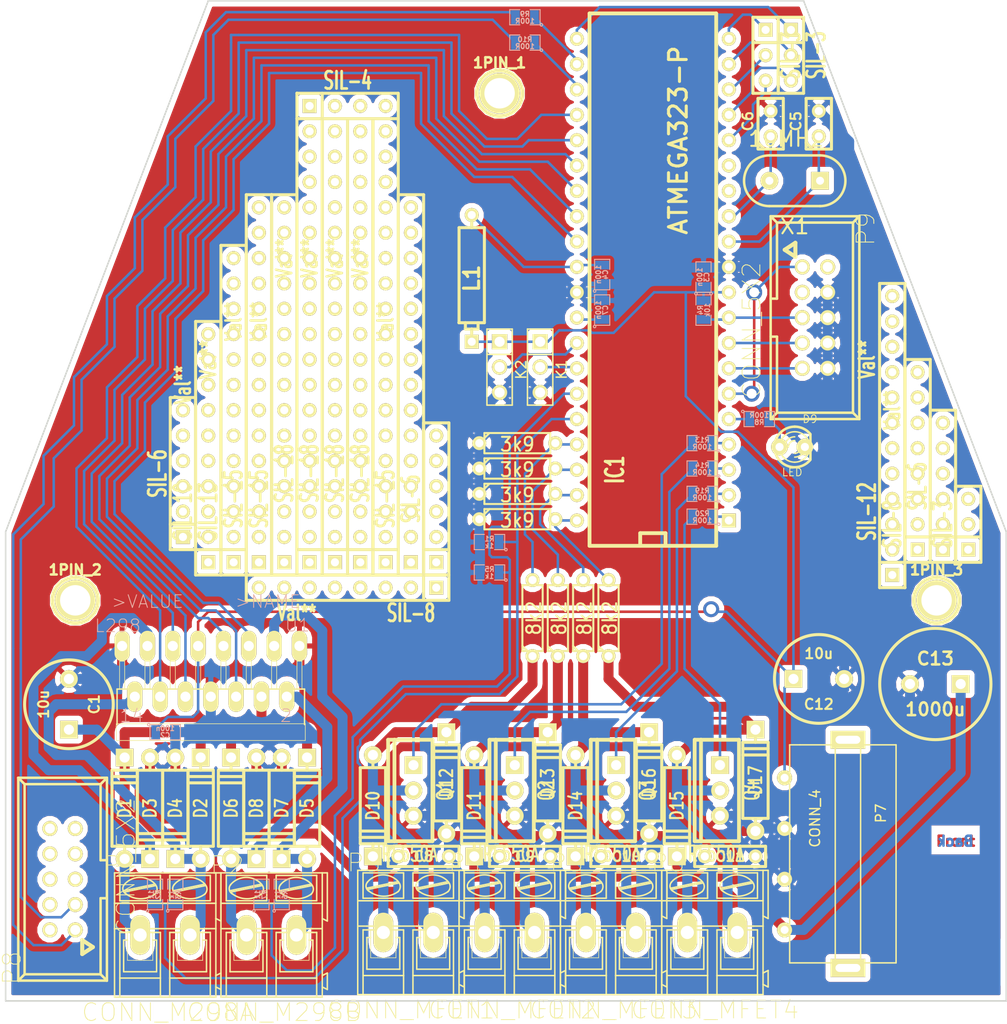
<source format=kicad_pcb>
(kicad_pcb (version 3) (host pcbnew "(2013-may-18)-stable")
  (layers (15 F.Cu signal) (0 B.Cu signal) (18 B.Paste user) (19 F.Paste user) (20 B.SilkS user) (21 F.SilkS user) (22 B.Mask user) (23 F.Mask user) (28 Edge.Cuts user))
  (net 0 "")
  (net 1 +5V)
  (net 2 +BATT)
  (net 3 /HC1)
  (net 4 /HC2)
  (net 5 /HC3)
  (net 6 /HC4)
  (net 7 /HC5)
  (net 8 /HC6)
  (net 9 /HC7)
  (net 10 /HC8)
  (net 11 ADC0)
  (net 12 ADC1)
  (net 13 ADC2)
  (net 14 ADC3)
  (net 15 ADC4)
  (net 16 ADC5)
  (net 17 FET1)
  (net 18 FET2)
  (net 19 FET3)
  (net 20 FET4)
  (net 21 GND)
  (net 22 L298_ENA)
  (net 23 L298_ENB)
  (net 24 L298_IN1A)
  (net 25 L298_IN1B)
  (net 26 L298_IN2A)
  (net 27 L298_IN2B)
  (net 28 MISO)
  (net 29 MOSI)
  (net 30 N-000001)
  (net 31 N-0000012)
  (net 32 N-0000015)
  (net 33 N-000002)
  (net 34 N-0000021)
  (net 35 N-0000022)
  (net 36 N-0000024)
  (net 37 N-000003)
  (net 38 N-000004)
  (net 39 N-000005)
  (net 40 N-0000062)
  (net 41 N-0000063)
  (net 42 N-0000064)
  (net 43 N-0000065)
  (net 44 RESET)
  (net 45 SCK)
  (net 46 SCL)
  (net 47 SDA)
  (module 1pin (layer F.Cu) (at 215.9 60.96)
    (fp_text reference 1PIN_1 (at 0 -3.048) (layer F.SilkS) (effects (font (size 1.016 1.016) (thickness 0.254))))
    (fp_text value Hole1 hide)
    (pad 1 thru_hole circle (at 0 0) (size 4.064 4.064) (drill 3.048) (layers *.Cu *.Mask F.SilkS))
  )
  (module 1pin (layer F.Cu) (at 173.355 111.76)
    (fp_text reference 1PIN_2 (at 0 -3.048) (layer F.SilkS) (effects (font (size 1.016 1.016) (thickness 0.254))))
    (fp_text value Hole2 hide)
    (pad 1 thru_hole circle (at 0 0) (size 4.064 4.064) (drill 3.048) (layers *.Cu *.Mask F.SilkS))
  )
  (module 1pin (layer F.Cu) (at 259.715 111.76)
    (fp_text reference 1PIN_3 (at 0 -3.048) (layer F.SilkS) (effects (font (size 1.016 1.016) (thickness 0.254))))
    (fp_text value Hole3 hide)
    (pad 1 thru_hole circle (at 0 0) (size 4.064 4.064) (drill 3.048) (layers *.Cu *.Mask F.SilkS))
  )
  (module VASCH5x2 (layer F.Cu) (at 247.523 83.439 270)
    (fp_text reference P9 (at -8.89 -5.08 270) (layer F.SilkS) (effects (font (size 1.778 1.778) (thickness 0.0889))))
    (fp_text value CONN_5X2 (at 1.27 6.35 270) (layer F.SilkS) (effects (font (size 1.778 1.778) (thickness 0.0889))))
    (pad 1 thru_hole circle (at -5.08 1.27 270) (size 1.50622 1.50622) (drill 0.99822) (layers *.Cu F.Paste F.SilkS F.Mask) (net 29 MOSI))
    (pad 2 thru_hole circle (at -5.08 -1.27 270) (size 1.50622 1.50622) (drill 0.99822) (layers *.Cu F.Paste F.SilkS F.Mask))
    (pad 3 thru_hole circle (at -2.54 1.27 270) (size 1.50622 1.50622) (drill 0.99822) (layers *.Cu F.Paste F.SilkS F.Mask))
    (pad 4 thru_hole circle (at -2.54 -1.27 270) (size 1.50622 1.50622) (drill 0.99822) (layers *.Cu F.Paste F.SilkS F.Mask) (net 21 GND))
    (pad 5 thru_hole circle (at 0 1.27 270) (size 1.50622 1.50622) (drill 0.99822) (layers *.Cu F.Paste F.SilkS F.Mask) (net 44 RESET))
    (pad 6 thru_hole circle (at 0 -1.27 270) (size 1.50622 1.50622) (drill 0.99822) (layers *.Cu F.Paste F.SilkS F.Mask) (net 21 GND))
    (pad 7 thru_hole circle (at 2.54 1.27 270) (size 1.50622 1.50622) (drill 0.99822) (layers *.Cu F.Paste F.SilkS F.Mask) (net 45 SCK))
    (pad 8 thru_hole circle (at 2.54 -1.27 270) (size 1.50622 1.50622) (drill 0.99822) (layers *.Cu F.Paste F.SilkS F.Mask) (net 21 GND))
    (pad 9 thru_hole circle (at 5.08 1.27 270) (size 1.50622 1.50622) (drill 0.99822) (layers *.Cu F.Paste F.SilkS F.Mask) (net 28 MISO))
    (pad 10 thru_hole circle (at 5.08 -1.27 270) (size 1.50622 1.50622) (drill 0.99822) (layers *.Cu F.Paste F.SilkS F.Mask) (net 21 GND))
  )
  (module VASCH5x2 (layer F.Cu) (at 172.085 139.7 90)
    (fp_text reference P8 (at -8.89 -5.08 90) (layer F.SilkS) (effects (font (size 1.778 1.778) (thickness 0.0889))))
    (fp_text value CONN_5X2 (at 1.27 6.35 90) (layer F.SilkS) (effects (font (size 1.778 1.778) (thickness 0.0889))))
    (pad 1 thru_hole circle (at -5.08 1.27 90) (size 1.50622 1.50622) (drill 0.99822) (layers *.Cu F.Paste F.SilkS F.Mask) (net 46 SCL))
    (pad 2 thru_hole circle (at -5.08 -1.27 90) (size 1.50622 1.50622) (drill 0.99822) (layers *.Cu F.Paste F.SilkS F.Mask))
    (pad 3 thru_hole circle (at -2.54 1.27 90) (size 1.50622 1.50622) (drill 0.99822) (layers *.Cu F.Paste F.SilkS F.Mask) (net 47 SDA))
    (pad 4 thru_hole circle (at -2.54 -1.27 90) (size 1.50622 1.50622) (drill 0.99822) (layers *.Cu F.Paste F.SilkS F.Mask))
    (pad 5 thru_hole circle (at 0 1.27 90) (size 1.50622 1.50622) (drill 0.99822) (layers *.Cu F.Paste F.SilkS F.Mask))
    (pad 6 thru_hole circle (at 0 -1.27 90) (size 1.50622 1.50622) (drill 0.99822) (layers *.Cu F.Paste F.SilkS F.Mask))
    (pad 7 thru_hole circle (at 2.54 1.27 90) (size 1.50622 1.50622) (drill 0.99822) (layers *.Cu F.Paste F.SilkS F.Mask))
    (pad 8 thru_hole circle (at 2.54 -1.27 90) (size 1.50622 1.50622) (drill 0.99822) (layers *.Cu F.Paste F.SilkS F.Mask))
    (pad 9 thru_hole circle (at 5.08 1.27 90) (size 1.50622 1.50622) (drill 0.99822) (layers *.Cu F.Paste F.SilkS F.Mask))
    (pad 10 thru_hole circle (at 5.08 -1.27 90) (size 1.50622 1.50622) (drill 0.99822) (layers *.Cu F.Paste F.SilkS F.Mask))
  )
  (module VALVE-GLIMM (layer F.Cu) (at 246.761 69.723 180)
    (fp_text reference X1 (at 1.27 -4.572 180) (layer F.SilkS) (effects (font (size 1.524 1.524) (thickness 0.2032))))
    (fp_text value 10MHz (at 2.18186 4.191 180) (layer F.SilkS) (effects (font (size 1.524 1.524) (thickness 0.2032))))
    (pad 1 thru_hole rect (at -1.27 0 180) (size 1.778 1.778) (drill 0.79756) (layers *.Cu F.Paste F.SilkS F.Mask) (net 42 N-0000064))
    (pad 2 thru_hole circle (at 3.81 0 180) (size 1.778 1.778) (drill 0.79756) (layers *.Cu F.Paste F.SilkS F.Mask) (net 43 N-0000065))
  )
  (module SM0805 (layer B.Cu) (at 236.22 98.552 180)
    (fp_text reference R14 (at 0 0.3175 180) (layer B.SilkS) (effects (font (size 0.50038 0.50038) (thickness 0.10922)) (justify mirror)))
    (fp_text value 100R (at 0 -0.381 180) (layer B.SilkS) (effects (font (size 0.50038 0.50038) (thickness 0.10922)) (justify mirror)))
    (pad 1 smd rect (at -0.9525 0 180) (size 0.889 1.397) (layers B.Cu B.Paste B.Mask) (net 18 FET2))
    (pad 2 smd rect (at 0.9525 0 180) (size 0.889 1.397) (layers B.Cu B.Paste B.Mask) (net 39 N-000005))
  )
  (module SM0805 (layer B.Cu) (at 236.22 103.378 180)
    (fp_text reference R20 (at 0 0.3175 180) (layer B.SilkS) (effects (font (size 0.50038 0.50038) (thickness 0.10922)) (justify mirror)))
    (fp_text value 100R (at 0 -0.381 180) (layer B.SilkS) (effects (font (size 0.50038 0.50038) (thickness 0.10922)) (justify mirror)))
    (pad 1 smd rect (at -0.9525 0 180) (size 0.889 1.397) (layers B.Cu B.Paste B.Mask) (net 20 FET4))
    (pad 2 smd rect (at 0.9525 0 180) (size 0.889 1.397) (layers B.Cu B.Paste B.Mask) (net 37 N-000003))
  )
  (module SM0805 (layer B.Cu) (at 218.44 53.34 180)
    (fp_text reference R9 (at 0 0.3175 180) (layer B.SilkS) (effects (font (size 0.50038 0.50038) (thickness 0.10922)) (justify mirror)))
    (fp_text value 100R (at 0 -0.381 180) (layer B.SilkS) (effects (font (size 0.50038 0.50038) (thickness 0.10922)) (justify mirror)))
    (pad 1 smd rect (at -0.9525 0 180) (size 0.889 1.397) (layers B.Cu B.Paste B.Mask) (net 30 N-000001))
    (pad 2 smd rect (at 0.9525 0 180) (size 0.889 1.397) (layers B.Cu B.Paste B.Mask) (net 46 SCL))
  )
  (module SM0805 (layer B.Cu) (at 218.44 55.88 180)
    (fp_text reference R10 (at 0 0.3175 180) (layer B.SilkS) (effects (font (size 0.50038 0.50038) (thickness 0.10922)) (justify mirror)))
    (fp_text value 100R (at 0 -0.381 180) (layer B.SilkS) (effects (font (size 0.50038 0.50038) (thickness 0.10922)) (justify mirror)))
    (pad 1 smd rect (at -0.9525 0 180) (size 0.889 1.397) (layers B.Cu B.Paste B.Mask) (net 33 N-000002))
    (pad 2 smd rect (at 0.9525 0 180) (size 0.889 1.397) (layers B.Cu B.Paste B.Mask) (net 47 SDA))
  )
  (module SM0805 (layer B.Cu) (at 236.22 101.092 180)
    (fp_text reference R19 (at 0 0.3175 180) (layer B.SilkS) (effects (font (size 0.50038 0.50038) (thickness 0.10922)) (justify mirror)))
    (fp_text value 100R (at 0 -0.381 180) (layer B.SilkS) (effects (font (size 0.50038 0.50038) (thickness 0.10922)) (justify mirror)))
    (pad 1 smd rect (at -0.9525 0 180) (size 0.889 1.397) (layers B.Cu B.Paste B.Mask) (net 19 FET3))
    (pad 2 smd rect (at 0.9525 0 180) (size 0.889 1.397) (layers B.Cu B.Paste B.Mask) (net 38 N-000004))
  )
  (module SM0805 (layer B.Cu) (at 183.388 141.224 90)
    (fp_text reference R3 (at 0 0.3175 90) (layer B.SilkS) (effects (font (size 0.50038 0.50038) (thickness 0.10922)) (justify mirror)))
    (fp_text value 1k (at 0 -0.381 90) (layer B.SilkS) (effects (font (size 0.50038 0.50038) (thickness 0.10922)) (justify mirror)))
    (pad 1 smd rect (at -0.9525 0 90) (size 0.889 1.397) (layers B.Cu B.Paste B.Mask) (net 15 ADC4))
    (pad 2 smd rect (at 0.9525 0 90) (size 0.889 1.397) (layers B.Cu B.Paste B.Mask) (net 4 /HC2))
  )
  (module SM0805 (layer B.Cu) (at 192.024 141.224 90)
    (fp_text reference R7 (at 0 0.3175 90) (layer B.SilkS) (effects (font (size 0.50038 0.50038) (thickness 0.10922)) (justify mirror)))
    (fp_text value 1k (at 0 -0.381 90) (layer B.SilkS) (effects (font (size 0.50038 0.50038) (thickness 0.10922)) (justify mirror)))
    (pad 1 smd rect (at -0.9525 0 90) (size 0.889 1.397) (layers B.Cu B.Paste B.Mask) (net 16 ADC5))
    (pad 2 smd rect (at 0.9525 0 90) (size 0.889 1.397) (layers B.Cu B.Paste B.Mask) (net 5 /HC3))
  )
  (module SM0805 (layer B.Cu) (at 194.056 141.224 90)
    (fp_text reference R6 (at 0 0.3175 90) (layer B.SilkS) (effects (font (size 0.50038 0.50038) (thickness 0.10922)) (justify mirror)))
    (fp_text value 1k (at 0 -0.381 90) (layer B.SilkS) (effects (font (size 0.50038 0.50038) (thickness 0.10922)) (justify mirror)))
    (pad 1 smd rect (at -0.9525 0 90) (size 0.889 1.397) (layers B.Cu B.Paste B.Mask) (net 16 ADC5))
    (pad 2 smd rect (at 0.9525 0 90) (size 0.889 1.397) (layers B.Cu B.Paste B.Mask) (net 6 /HC4))
  )
  (module SM0805 (layer B.Cu) (at 214.884 108.966 180)
    (fp_text reference R5 (at 0 0.3175 180) (layer B.SilkS) (effects (font (size 0.50038 0.50038) (thickness 0.10922)) (justify mirror)))
    (fp_text value 1k (at 0 -0.381 180) (layer B.SilkS) (effects (font (size 0.50038 0.50038) (thickness 0.10922)) (justify mirror)))
    (pad 1 smd rect (at -0.9525 0 180) (size 0.889 1.397) (layers B.Cu B.Paste B.Mask) (net 16 ADC5))
    (pad 2 smd rect (at 0.9525 0 180) (size 0.889 1.397) (layers B.Cu B.Paste B.Mask) (net 21 GND))
  )
  (module SM0805 (layer B.Cu) (at 236.22 96.012 180)
    (fp_text reference R13 (at 0 0.3175 180) (layer B.SilkS) (effects (font (size 0.50038 0.50038) (thickness 0.10922)) (justify mirror)))
    (fp_text value 100R (at 0 -0.381 180) (layer B.SilkS) (effects (font (size 0.50038 0.50038) (thickness 0.10922)) (justify mirror)))
    (pad 1 smd rect (at -0.9525 0 180) (size 0.889 1.397) (layers B.Cu B.Paste B.Mask) (net 17 FET1))
    (pad 2 smd rect (at 0.9525 0 180) (size 0.889 1.397) (layers B.Cu B.Paste B.Mask) (net 34 N-0000021))
  )
  (module SM0805 (layer B.Cu) (at 241.935 93.599)
    (fp_text reference R8 (at 0 0.3175) (layer B.SilkS) (effects (font (size 0.50038 0.50038) (thickness 0.10922)) (justify mirror)))
    (fp_text value 100R (at 0 -0.381) (layer B.SilkS) (effects (font (size 0.50038 0.50038) (thickness 0.10922)) (justify mirror)))
    (pad 1 smd rect (at -0.9525 0) (size 0.889 1.397) (layers B.Cu B.Paste B.Mask) (net 32 N-0000015))
    (pad 2 smd rect (at 0.9525 0) (size 0.889 1.397) (layers B.Cu B.Paste B.Mask) (net 31 N-0000012))
  )
  (module SM0805 (layer B.Cu) (at 181.356 141.224 90)
    (fp_text reference R2 (at 0 0.3175 90) (layer B.SilkS) (effects (font (size 0.50038 0.50038) (thickness 0.10922)) (justify mirror)))
    (fp_text value 1k (at 0 -0.381 90) (layer B.SilkS) (effects (font (size 0.50038 0.50038) (thickness 0.10922)) (justify mirror)))
    (pad 1 smd rect (at -0.9525 0 90) (size 0.889 1.397) (layers B.Cu B.Paste B.Mask) (net 15 ADC4))
    (pad 2 smd rect (at 0.9525 0 90) (size 0.889 1.397) (layers B.Cu B.Paste B.Mask) (net 3 /HC1))
  )
  (module SM0805 (layer B.Cu) (at 214.884 105.918 180)
    (fp_text reference R1 (at 0 0.3175 180) (layer B.SilkS) (effects (font (size 0.50038 0.50038) (thickness 0.10922)) (justify mirror)))
    (fp_text value 1k (at 0 -0.381 180) (layer B.SilkS) (effects (font (size 0.50038 0.50038) (thickness 0.10922)) (justify mirror)))
    (pad 1 smd rect (at -0.9525 0 180) (size 0.889 1.397) (layers B.Cu B.Paste B.Mask) (net 15 ADC4))
    (pad 2 smd rect (at 0.9525 0 180) (size 0.889 1.397) (layers B.Cu B.Paste B.Mask) (net 21 GND))
  )
  (module SM0805 (layer B.Cu) (at 236.347 82.677 270)
    (fp_text reference R4 (at 0 0.3175 270) (layer B.SilkS) (effects (font (size 0.50038 0.50038) (thickness 0.10922)) (justify mirror)))
    (fp_text value 10k (at 0 -0.381 270) (layer B.SilkS) (effects (font (size 0.50038 0.50038) (thickness 0.10922)) (justify mirror)))
    (pad 1 smd rect (at -0.9525 0 270) (size 0.889 1.397) (layers B.Cu B.Paste B.Mask) (net 1 +5V))
    (pad 2 smd rect (at 0.9525 0 270) (size 0.889 1.397) (layers B.Cu B.Paste B.Mask) (net 44 RESET))
  )
  (module R3 (layer F.Cu) (at 224.282 113.538 90)
    (fp_text reference R17 hide)
    (fp_text value 8k2 (at 0 0.127 90) (layer F.SilkS) (effects (font (size 1.397 1.27) (thickness 0.2032))))
    (pad 1 thru_hole circle (at -3.81 0 90) (size 1.397 1.397) (drill 0.8128) (layers *.Cu *.Mask F.SilkS) (net 9 /HC7))
    (pad 2 thru_hole circle (at 3.81 0 90) (size 1.397 1.397) (drill 0.8128) (layers *.Cu *.Mask F.SilkS) (net 12 ADC1))
  )
  (module R3 (layer F.Cu) (at 217.678 103.632)
    (fp_text reference R22 hide)
    (fp_text value 3k9 (at 0 0.127) (layer F.SilkS) (effects (font (size 1.397 1.27) (thickness 0.2032))))
    (pad 1 thru_hole circle (at -3.81 0) (size 1.397 1.397) (drill 0.8128) (layers *.Cu *.Mask F.SilkS) (net 21 GND))
    (pad 2 thru_hole circle (at 3.81 0) (size 1.397 1.397) (drill 0.8128) (layers *.Cu *.Mask F.SilkS) (net 11 ADC0))
  )
  (module R3 (layer F.Cu) (at 226.822 113.538 90)
    (fp_text reference R18 hide)
    (fp_text value 8k2 (at 0 0.127 90) (layer F.SilkS) (effects (font (size 1.397 1.27) (thickness 0.2032))))
    (pad 1 thru_hole circle (at -3.81 0 90) (size 1.397 1.397) (drill 0.8128) (layers *.Cu *.Mask F.SilkS) (net 10 /HC8))
    (pad 2 thru_hole circle (at 3.81 0 90) (size 1.397 1.397) (drill 0.8128) (layers *.Cu *.Mask F.SilkS) (net 11 ADC0))
  )
  (module R3 (layer F.Cu) (at 217.678 101.092)
    (fp_text reference R21 hide)
    (fp_text value 3k9 (at 0 0.127) (layer F.SilkS) (effects (font (size 1.397 1.27) (thickness 0.2032))))
    (pad 1 thru_hole circle (at -3.81 0) (size 1.397 1.397) (drill 0.8128) (layers *.Cu *.Mask F.SilkS) (net 21 GND))
    (pad 2 thru_hole circle (at 3.81 0) (size 1.397 1.397) (drill 0.8128) (layers *.Cu *.Mask F.SilkS) (net 12 ADC1))
  )
  (module R3 (layer F.Cu) (at 217.678 98.552)
    (fp_text reference R16 hide)
    (fp_text value 3k9 (at 0 0.127) (layer F.SilkS) (effects (font (size 1.397 1.27) (thickness 0.2032))))
    (pad 1 thru_hole circle (at -3.81 0) (size 1.397 1.397) (drill 0.8128) (layers *.Cu *.Mask F.SilkS) (net 21 GND))
    (pad 2 thru_hole circle (at 3.81 0) (size 1.397 1.397) (drill 0.8128) (layers *.Cu *.Mask F.SilkS) (net 13 ADC2))
  )
  (module R3 (layer F.Cu) (at 219.202 113.538 90)
    (fp_text reference R11 hide)
    (fp_text value 8k2 (at 0 0.127 90) (layer F.SilkS) (effects (font (size 1.397 1.27) (thickness 0.2032))))
    (pad 1 thru_hole circle (at -3.81 0 90) (size 1.397 1.397) (drill 0.8128) (layers *.Cu *.Mask F.SilkS) (net 7 /HC5))
    (pad 2 thru_hole circle (at 3.81 0 90) (size 1.397 1.397) (drill 0.8128) (layers *.Cu *.Mask F.SilkS) (net 14 ADC3))
  )
  (module R3 (layer F.Cu) (at 217.678 96.012)
    (fp_text reference R15 hide)
    (fp_text value 3k9 (at 0 0.127) (layer F.SilkS) (effects (font (size 1.397 1.27) (thickness 0.2032))))
    (pad 1 thru_hole circle (at -3.81 0) (size 1.397 1.397) (drill 0.8128) (layers *.Cu *.Mask F.SilkS) (net 21 GND))
    (pad 2 thru_hole circle (at 3.81 0) (size 1.397 1.397) (drill 0.8128) (layers *.Cu *.Mask F.SilkS) (net 14 ADC3))
  )
  (module R3 (layer F.Cu) (at 221.742 113.538 90)
    (fp_text reference R12 hide)
    (fp_text value 8k2 (at 0 0.127 90) (layer F.SilkS) (effects (font (size 1.397 1.27) (thickness 0.2032))))
    (pad 1 thru_hole circle (at -3.81 0 90) (size 1.397 1.397) (drill 0.8128) (layers *.Cu *.Mask F.SilkS) (net 8 /HC6))
    (pad 2 thru_hole circle (at 3.81 0 90) (size 1.397 1.397) (drill 0.8128) (layers *.Cu *.Mask F.SilkS) (net 13 ADC2))
  )
  (module PIN_ARRAY_3X1 (layer F.Cu) (at 219.964 88.392 270)
    (fp_text reference K1 (at 0.254 -2.159 270) (layer F.SilkS) (effects (font (size 1.016 1.016) (thickness 0.1524))))
    (fp_text value CONN_ADC6 hide)
    (pad 1 thru_hole rect (at -2.54 0 270) (size 1.524 1.524) (drill 1.016) (layers *.Cu *.Mask F.SilkS) (net 1 +5V))
    (pad 2 thru_hole circle (at 0 0 270) (size 1.524 1.524) (drill 1.016) (layers *.Cu *.Mask F.SilkS) (net 36 N-0000024))
    (pad 3 thru_hole circle (at 2.54 0 270) (size 1.524 1.524) (drill 1.016) (layers *.Cu *.Mask F.SilkS) (net 21 GND))
  )
  (module PIN_ARRAY_3X1 (layer F.Cu) (at 215.9 88.392 270)
    (fp_text reference K2 (at 0.254 -2.159 270) (layer F.SilkS) (effects (font (size 1.016 1.016) (thickness 0.1524))))
    (fp_text value CONN_ADC7 hide)
    (pad 1 thru_hole rect (at -2.54 0 270) (size 1.524 1.524) (drill 1.016) (layers *.Cu *.Mask F.SilkS) (net 1 +5V))
    (pad 2 thru_hole circle (at 0 0 270) (size 1.524 1.524) (drill 1.016) (layers *.Cu *.Mask F.SilkS) (net 35 N-0000022))
    (pad 3 thru_hole circle (at 2.54 0 270) (size 1.524 1.524) (drill 1.016) (layers *.Cu *.Mask F.SilkS) (net 21 GND))
  )
  (module MULTIWATT-15 (layer F.Cu) (at 186.944 123.952 180)
    (fp_text reference U1 (at -8.69188 9.7028 180) (layer B.SilkS) (effects (font (size 1.27 1.27) (thickness 0.0889))))
    (fp_text value L298 (at 9.32688 9.64184 180) (layer B.SilkS) (effects (font (size 1.27 1.27) (thickness 0.0889))))
    (fp_text user 2 (at -7.54126 0.635 180) (layer B.SilkS) (effects (font (size 1.27 1.27) (thickness 0.0889))))
    (fp_text user 14 (at 7.9375 0.635 180) (layer B.SilkS) (effects (font (size 1.27 1.27) (thickness 0.0889))))
    (fp_text user >NAME (at -5.715 12.065 180) (layer B.SilkS) (effects (font (size 1.27 1.27) (thickness 0.0889))))
    (fp_text user >VALUE (at 6.35 12.065 180) (layer B.SilkS) (effects (font (size 1.27 1.27) (thickness 0.0889))))
    (pad 1 thru_hole oval (at -8.89 7.62 180) (size 1.524 3.048) (drill 1.016) (layers *.Cu F.Paste F.SilkS F.Mask) (net 21 GND))
    (pad 2 thru_hole oval (at -7.62 2.54 180) (size 1.524 3.048) (drill 1.016) (layers *.Cu F.Paste F.SilkS F.Mask) (net 5 /HC3))
    (pad 3 thru_hole oval (at -6.35 7.62 180) (size 1.524 3.048) (drill 1.016) (layers *.Cu F.Paste F.SilkS F.Mask) (net 6 /HC4))
    (pad 4 thru_hole oval (at -5.08 2.54 180) (size 1.524 3.048) (drill 1.016) (layers *.Cu F.Paste F.SilkS F.Mask) (net 2 +BATT))
    (pad 5 thru_hole oval (at -3.81 7.62 180) (size 1.524 3.048) (drill 1.016) (layers *.Cu F.Paste F.SilkS F.Mask) (net 24 L298_IN1A))
    (pad 6 thru_hole oval (at -2.54 2.54 180) (size 1.524 3.048) (drill 1.016) (layers *.Cu F.Paste F.SilkS F.Mask) (net 22 L298_ENA))
    (pad 7 thru_hole oval (at -1.27 7.62 180) (size 1.524 3.048) (drill 1.016) (layers *.Cu F.Paste F.SilkS F.Mask) (net 26 L298_IN2A))
    (pad 8 thru_hole oval (at 0 2.54 180) (size 1.524 3.048) (drill 1.016) (layers *.Cu F.Paste F.SilkS F.Mask) (net 21 GND))
    (pad 9 thru_hole oval (at 1.27 7.62 180) (size 1.524 3.048) (drill 1.016) (layers *.Cu F.Paste F.SilkS F.Mask) (net 1 +5V))
    (pad 10 thru_hole oval (at 2.54 2.54 180) (size 1.524 3.048) (drill 1.016) (layers *.Cu F.Paste F.SilkS F.Mask) (net 25 L298_IN1B))
    (pad 11 thru_hole oval (at 3.81 7.62 180) (size 1.524 3.048) (drill 1.016) (layers *.Cu F.Paste F.SilkS F.Mask) (net 23 L298_ENB))
    (pad 12 thru_hole oval (at 5.08 2.54 180) (size 1.524 3.048) (drill 1.016) (layers *.Cu F.Paste F.SilkS F.Mask) (net 27 L298_IN2B))
    (pad 13 thru_hole oval (at 6.35 7.62 180) (size 1.524 3.048) (drill 1.016) (layers *.Cu F.Paste F.SilkS F.Mask) (net 3 /HC1))
    (pad 14 thru_hole oval (at 7.62 2.54 180) (size 1.524 3.048) (drill 1.016) (layers *.Cu F.Paste F.SilkS F.Mask) (net 4 /HC2))
    (pad 15 thru_hole oval (at 8.89 7.62 180) (size 1.524 3.048) (drill 1.016) (layers *.Cu F.Paste F.SilkS F.Mask) (net 21 GND))
  )
  (module Molex (layer F.Cu) (at 244.475 137.16 270)
    (fp_text reference P7 (at -4.064 -9.652 270) (layer F.SilkS))
    (fp_text value CONN_4 (at -3.556 -3.048 270) (layer F.SilkS))
    (pad 6 thru_hole rect (at -11.43 -6.35 270) (size 1.8 3.5) (drill oval 0.8 2.5) (layers *.Cu *.Mask F.SilkS))
    (pad 2 thru_hole circle (at 2.54 0 270) (size 1.5 1.5) (drill 0.8) (layers *.Cu *.Mask F.SilkS) (net 21 GND))
    (pad 1 thru_hole circle (at 7.62 0 270) (size 1.5 1.5) (drill 0.8) (layers *.Cu *.Mask F.SilkS) (net 2 +BATT))
    (pad 3 thru_hole circle (at -2.54 0 270) (size 1.5 1.5) (drill 0.8) (layers *.Cu *.Mask F.SilkS) (net 21 GND))
    (pad 4 thru_hole circle (at -7.62 0 270) (size 1.5 1.5) (drill 0.8) (layers *.Cu *.Mask F.SilkS) (net 1 +5V))
    (pad 6 thru_hole rect (at 11.43 -6.35 270) (size 1.8 3.5) (drill oval 0.8 2.5) (layers *.Cu *.Mask F.SilkS))
  )
  (module DIP-40__600 (layer F.Cu) (at 231.267 79.629 90)
    (fp_text reference IC1 (at -19.05 -3.81 90) (layer F.SilkS) (effects (font (size 1.778 1.143) (thickness 0.3048))))
    (fp_text value ATMEGA323-P (at 13.97 2.54 90) (layer F.SilkS) (effects (font (size 1.778 1.778) (thickness 0.3048))))
    (pad 1 thru_hole rect (at -24.13 7.62 90) (size 1.397 1.397) (drill 0.8128) (layers *.Cu *.Mask F.SilkS) (net 20 FET4))
    (pad 2 thru_hole circle (at -21.59 7.62 90) (size 1.397 1.397) (drill 0.8128) (layers *.Cu *.Mask F.SilkS) (net 19 FET3))
    (pad 3 thru_hole circle (at -19.05 7.62 90) (size 1.397 1.397) (drill 0.8128) (layers *.Cu *.Mask F.SilkS) (net 18 FET2))
    (pad 4 thru_hole circle (at -16.51 7.62 90) (size 1.397 1.397) (drill 0.8128) (layers *.Cu *.Mask F.SilkS) (net 17 FET1))
    (pad 5 thru_hole circle (at -13.97 7.62 90) (size 1.397 1.397) (drill 0.8128) (layers *.Cu *.Mask F.SilkS) (net 32 N-0000015))
    (pad 6 thru_hole circle (at -11.43 7.62 90) (size 1.397 1.397) (drill 0.8128) (layers *.Cu *.Mask F.SilkS) (net 29 MOSI))
    (pad 7 thru_hole circle (at -8.89 7.62 90) (size 1.397 1.397) (drill 0.8128) (layers *.Cu *.Mask F.SilkS) (net 28 MISO))
    (pad 8 thru_hole circle (at -6.35 7.62 90) (size 1.397 1.397) (drill 0.8128) (layers *.Cu *.Mask F.SilkS) (net 45 SCK))
    (pad 9 thru_hole circle (at -3.81 7.62 90) (size 1.397 1.397) (drill 0.8128) (layers *.Cu *.Mask F.SilkS) (net 44 RESET))
    (pad 10 thru_hole circle (at -1.27 7.62 90) (size 1.397 1.397) (drill 0.8128) (layers *.Cu *.Mask F.SilkS) (net 1 +5V))
    (pad 11 thru_hole circle (at 1.27 7.62 90) (size 1.397 1.397) (drill 0.8128) (layers *.Cu *.Mask F.SilkS) (net 21 GND))
    (pad 12 thru_hole circle (at 3.81 7.62 90) (size 1.397 1.397) (drill 0.8128) (layers *.Cu *.Mask F.SilkS) (net 42 N-0000064))
    (pad 13 thru_hole circle (at 6.35 7.62 90) (size 1.397 1.397) (drill 0.8128) (layers *.Cu *.Mask F.SilkS) (net 43 N-0000065))
    (pad 14 thru_hole circle (at 8.89 7.62 90) (size 1.397 1.397) (drill 0.8128) (layers *.Cu *.Mask F.SilkS))
    (pad 15 thru_hole circle (at 11.43 7.62 90) (size 1.397 1.397) (drill 0.8128) (layers *.Cu *.Mask F.SilkS))
    (pad 16 thru_hole circle (at 13.97 7.62 90) (size 1.397 1.397) (drill 0.8128) (layers *.Cu *.Mask F.SilkS))
    (pad 17 thru_hole circle (at 16.51 7.62 90) (size 1.397 1.397) (drill 0.8128) (layers *.Cu *.Mask F.SilkS))
    (pad 18 thru_hole circle (at 19.05 7.62 90) (size 1.397 1.397) (drill 0.8128) (layers *.Cu *.Mask F.SilkS))
    (pad 19 thru_hole circle (at 21.59 7.62 90) (size 1.397 1.397) (drill 0.8128) (layers *.Cu *.Mask F.SilkS))
    (pad 20 thru_hole circle (at 24.13 7.62 90) (size 1.397 1.397) (drill 0.8128) (layers *.Cu *.Mask F.SilkS))
    (pad 21 thru_hole circle (at 24.13 -7.62 90) (size 1.397 1.397) (drill 0.8128) (layers *.Cu *.Mask F.SilkS))
    (pad 22 thru_hole circle (at 21.59 -7.62 90) (size 1.397 1.397) (drill 0.8128) (layers *.Cu *.Mask F.SilkS) (net 30 N-000001))
    (pad 23 thru_hole circle (at 19.05 -7.62 90) (size 1.397 1.397) (drill 0.8128) (layers *.Cu *.Mask F.SilkS) (net 33 N-000002))
    (pad 24 thru_hole circle (at 16.51 -7.62 90) (size 1.397 1.397) (drill 0.8128) (layers *.Cu *.Mask F.SilkS) (net 27 L298_IN2B))
    (pad 25 thru_hole circle (at 13.97 -7.62 90) (size 1.397 1.397) (drill 0.8128) (layers *.Cu *.Mask F.SilkS) (net 23 L298_ENB))
    (pad 26 thru_hole circle (at 11.43 -7.62 90) (size 1.397 1.397) (drill 0.8128) (layers *.Cu *.Mask F.SilkS) (net 25 L298_IN1B))
    (pad 27 thru_hole circle (at 8.89 -7.62 90) (size 1.397 1.397) (drill 0.8128) (layers *.Cu *.Mask F.SilkS) (net 26 L298_IN2A))
    (pad 28 thru_hole circle (at 6.35 -7.62 90) (size 1.397 1.397) (drill 0.8128) (layers *.Cu *.Mask F.SilkS) (net 22 L298_ENA))
    (pad 29 thru_hole circle (at 3.81 -7.62 90) (size 1.397 1.397) (drill 0.8128) (layers *.Cu *.Mask F.SilkS) (net 24 L298_IN1A))
    (pad 30 thru_hole circle (at 1.27 -7.62 90) (size 1.397 1.397) (drill 0.8128) (layers *.Cu *.Mask F.SilkS) (net 40 N-0000062))
    (pad 31 thru_hole circle (at -1.27 -7.62 90) (size 1.397 1.397) (drill 0.8128) (layers *.Cu *.Mask F.SilkS) (net 21 GND))
    (pad 32 thru_hole circle (at -3.81 -7.62 90) (size 1.397 1.397) (drill 0.8128) (layers *.Cu *.Mask F.SilkS) (net 41 N-0000063))
    (pad 33 thru_hole circle (at -6.35 -7.62 90) (size 1.397 1.397) (drill 0.8128) (layers *.Cu *.Mask F.SilkS) (net 35 N-0000022))
    (pad 34 thru_hole circle (at -8.89 -7.62 90) (size 1.397 1.397) (drill 0.8128) (layers *.Cu *.Mask F.SilkS) (net 36 N-0000024))
    (pad 35 thru_hole circle (at -11.43 -7.62 90) (size 1.397 1.397) (drill 0.8128) (layers *.Cu *.Mask F.SilkS) (net 16 ADC5))
    (pad 36 thru_hole circle (at -13.97 -7.62 90) (size 1.397 1.397) (drill 0.8128) (layers *.Cu *.Mask F.SilkS) (net 15 ADC4))
    (pad 37 thru_hole circle (at -16.51 -7.62 90) (size 1.397 1.397) (drill 0.8128) (layers *.Cu *.Mask F.SilkS) (net 14 ADC3))
    (pad 38 thru_hole circle (at -19.05 -7.62 90) (size 1.397 1.397) (drill 0.8128) (layers *.Cu *.Mask F.SilkS) (net 13 ADC2))
    (pad 39 thru_hole circle (at -21.59 -7.62 90) (size 1.397 1.397) (drill 0.8128) (layers *.Cu *.Mask F.SilkS) (net 12 ADC1))
    (pad 40 thru_hole circle (at -24.13 -7.62 90) (size 1.397 1.397) (drill 0.8128) (layers *.Cu *.Mask F.SilkS) (net 11 ADC0))
  )
  (module D4 (layer F.Cu) (at 196.596 132.588 90)
    (fp_text reference D5 (at 0 0 90) (layer F.SilkS) (effects (font (size 1.27 1.016) (thickness 0.2032))))
    (fp_text value DIODE hide)
    (pad 1 thru_hole circle (at -5.08 0 90) (size 1.778 1.778) (drill 1.016) (layers *.Cu *.Mask F.SilkS) (net 6 /HC4))
    (pad 2 thru_hole rect (at 5.08 0 90) (size 1.778 1.778) (drill 1.016) (layers *.Cu *.Mask F.SilkS) (net 2 +BATT))
  )
  (module D4 (layer F.Cu) (at 178.308 132.588 90)
    (fp_text reference D1 (at 0 0 90) (layer F.SilkS) (effects (font (size 1.27 1.016) (thickness 0.2032))))
    (fp_text value DIODE hide)
    (pad 1 thru_hole circle (at -5.08 0 90) (size 1.778 1.778) (drill 1.016) (layers *.Cu *.Mask F.SilkS) (net 3 /HC1))
    (pad 2 thru_hole rect (at 5.08 0 90) (size 1.778 1.778) (drill 1.016) (layers *.Cu *.Mask F.SilkS) (net 2 +BATT))
  )
  (module D4 (layer F.Cu) (at 185.928 132.588 90)
    (fp_text reference D2 (at 0 0 90) (layer F.SilkS) (effects (font (size 1.27 1.016) (thickness 0.2032))))
    (fp_text value DIODE hide)
    (pad 1 thru_hole circle (at -5.08 0 90) (size 1.778 1.778) (drill 1.016) (layers *.Cu *.Mask F.SilkS) (net 4 /HC2))
    (pad 2 thru_hole rect (at 5.08 0 90) (size 1.778 1.778) (drill 1.016) (layers *.Cu *.Mask F.SilkS) (net 2 +BATT))
  )
  (module D4 (layer F.Cu) (at 180.848 132.588 270)
    (fp_text reference D3 (at 0 0 270) (layer F.SilkS) (effects (font (size 1.27 1.016) (thickness 0.2032))))
    (fp_text value DIODE hide)
    (pad 1 thru_hole circle (at -5.08 0 270) (size 1.778 1.778) (drill 1.016) (layers *.Cu *.Mask F.SilkS) (net 21 GND))
    (pad 2 thru_hole rect (at 5.08 0 270) (size 1.778 1.778) (drill 1.016) (layers *.Cu *.Mask F.SilkS) (net 3 /HC1))
  )
  (module D4 (layer F.Cu) (at 203.2 132.334 270)
    (fp_text reference D10 (at 0 0 270) (layer F.SilkS) (effects (font (size 1.27 1.016) (thickness 0.2032))))
    (fp_text value DIODE hide)
    (pad 1 thru_hole circle (at -5.08 0 270) (size 1.778 1.778) (drill 1.016) (layers *.Cu *.Mask F.SilkS) (net 7 /HC5))
    (pad 2 thru_hole rect (at 5.08 0 270) (size 1.778 1.778) (drill 1.016) (layers *.Cu *.Mask F.SilkS) (net 2 +BATT))
  )
  (module D4 (layer F.Cu) (at 210.566 130.048 90)
    (fp_text reference D12 (at 0 0 90) (layer F.SilkS) (effects (font (size 1.27 1.016) (thickness 0.2032))))
    (fp_text value DIODE hide)
    (pad 1 thru_hole circle (at -5.08 0 90) (size 1.778 1.778) (drill 1.016) (layers *.Cu *.Mask F.SilkS) (net 21 GND))
    (pad 2 thru_hole rect (at 5.08 0 90) (size 1.778 1.778) (drill 1.016) (layers *.Cu *.Mask F.SilkS) (net 7 /HC5))
  )
  (module D4 (layer F.Cu) (at 183.388 132.588 270)
    (fp_text reference D4 (at 0 0 270) (layer F.SilkS) (effects (font (size 1.27 1.016) (thickness 0.2032))))
    (fp_text value DIODE hide)
    (pad 1 thru_hole circle (at -5.08 0 270) (size 1.778 1.778) (drill 1.016) (layers *.Cu *.Mask F.SilkS) (net 21 GND))
    (pad 2 thru_hole rect (at 5.08 0 270) (size 1.778 1.778) (drill 1.016) (layers *.Cu *.Mask F.SilkS) (net 4 /HC2))
  )
  (module D4 (layer F.Cu) (at 223.52 132.334 270)
    (fp_text reference D14 (at 0 0 270) (layer F.SilkS) (effects (font (size 1.27 1.016) (thickness 0.2032))))
    (fp_text value DIODE hide)
    (pad 1 thru_hole circle (at -5.08 0 270) (size 1.778 1.778) (drill 1.016) (layers *.Cu *.Mask F.SilkS) (net 9 /HC7))
    (pad 2 thru_hole rect (at 5.08 0 270) (size 1.778 1.778) (drill 1.016) (layers *.Cu *.Mask F.SilkS) (net 2 +BATT))
  )
  (module D4 (layer F.Cu) (at 230.886 130.048 90)
    (fp_text reference D16 (at 0 0 90) (layer F.SilkS) (effects (font (size 1.27 1.016) (thickness 0.2032))))
    (fp_text value DIODE hide)
    (pad 1 thru_hole circle (at -5.08 0 90) (size 1.778 1.778) (drill 1.016) (layers *.Cu *.Mask F.SilkS) (net 21 GND))
    (pad 2 thru_hole rect (at 5.08 0 90) (size 1.778 1.778) (drill 1.016) (layers *.Cu *.Mask F.SilkS) (net 9 /HC7))
  )
  (module D4 (layer F.Cu) (at 188.976 132.588 90)
    (fp_text reference D6 (at 0 0 90) (layer F.SilkS) (effects (font (size 1.27 1.016) (thickness 0.2032))))
    (fp_text value DIODE hide)
    (pad 1 thru_hole circle (at -5.08 0 90) (size 1.778 1.778) (drill 1.016) (layers *.Cu *.Mask F.SilkS) (net 5 /HC3))
    (pad 2 thru_hole rect (at 5.08 0 90) (size 1.778 1.778) (drill 1.016) (layers *.Cu *.Mask F.SilkS) (net 2 +BATT))
  )
  (module D4 (layer F.Cu) (at 241.554 129.794 90)
    (fp_text reference D17 (at 0 0 90) (layer F.SilkS) (effects (font (size 1.27 1.016) (thickness 0.2032))))
    (fp_text value DIODE hide)
    (pad 1 thru_hole circle (at -5.08 0 90) (size 1.778 1.778) (drill 1.016) (layers *.Cu *.Mask F.SilkS) (net 21 GND))
    (pad 2 thru_hole rect (at 5.08 0 90) (size 1.778 1.778) (drill 1.016) (layers *.Cu *.Mask F.SilkS) (net 10 /HC8))
  )
  (module D4 (layer F.Cu) (at 213.36 132.334 270)
    (fp_text reference D11 (at 0 0 270) (layer F.SilkS) (effects (font (size 1.27 1.016) (thickness 0.2032))))
    (fp_text value DIODE hide)
    (pad 1 thru_hole circle (at -5.08 0 270) (size 1.778 1.778) (drill 1.016) (layers *.Cu *.Mask F.SilkS) (net 8 /HC6))
    (pad 2 thru_hole rect (at 5.08 0 270) (size 1.778 1.778) (drill 1.016) (layers *.Cu *.Mask F.SilkS) (net 2 +BATT))
  )
  (module D4 (layer F.Cu) (at 220.726 130.048 90)
    (fp_text reference D13 (at 0 0 90) (layer F.SilkS) (effects (font (size 1.27 1.016) (thickness 0.2032))))
    (fp_text value DIODE hide)
    (pad 1 thru_hole circle (at -5.08 0 90) (size 1.778 1.778) (drill 1.016) (layers *.Cu *.Mask F.SilkS) (net 21 GND))
    (pad 2 thru_hole rect (at 5.08 0 90) (size 1.778 1.778) (drill 1.016) (layers *.Cu *.Mask F.SilkS) (net 8 /HC6))
  )
  (module D4 (layer F.Cu) (at 191.516 132.588 270)
    (fp_text reference D8 (at 0 0 270) (layer F.SilkS) (effects (font (size 1.27 1.016) (thickness 0.2032))))
    (fp_text value DIODE hide)
    (pad 1 thru_hole circle (at -5.08 0 270) (size 1.778 1.778) (drill 1.016) (layers *.Cu *.Mask F.SilkS) (net 21 GND))
    (pad 2 thru_hole rect (at 5.08 0 270) (size 1.778 1.778) (drill 1.016) (layers *.Cu *.Mask F.SilkS) (net 5 /HC3))
  )
  (module D4 (layer F.Cu) (at 233.68 132.334 270)
    (fp_text reference D15 (at 0 0 270) (layer F.SilkS) (effects (font (size 1.27 1.016) (thickness 0.2032))))
    (fp_text value DIODE hide)
    (pad 1 thru_hole circle (at -5.08 0 270) (size 1.778 1.778) (drill 1.016) (layers *.Cu *.Mask F.SilkS) (net 10 /HC8))
    (pad 2 thru_hole rect (at 5.08 0 270) (size 1.778 1.778) (drill 1.016) (layers *.Cu *.Mask F.SilkS) (net 2 +BATT))
  )
  (module D4 (layer F.Cu) (at 194.056 132.588 270)
    (fp_text reference D7 (at 0 0 270) (layer F.SilkS) (effects (font (size 1.27 1.016) (thickness 0.2032))))
    (fp_text value DIODE hide)
    (pad 1 thru_hole circle (at -5.08 0 270) (size 1.778 1.778) (drill 1.016) (layers *.Cu *.Mask F.SilkS) (net 21 GND))
    (pad 2 thru_hole rect (at 5.08 0 270) (size 1.778 1.778) (drill 1.016) (layers *.Cu *.Mask F.SilkS) (net 6 /HC4))
  )
  (module CP5 (layer F.Cu) (at 213.106 79.502 90)
    (fp_text reference L1 (at 0 0 90) (layer F.SilkS) (effects (font (size 1.524 1.524) (thickness 0.3048))))
    (fp_text value INDUCTOR hide)
    (pad 1 thru_hole rect (at -6.35 0 90) (size 1.397 1.397) (drill 0.8128) (layers *.Cu *.Mask F.SilkS) (net 1 +5V))
    (pad 2 thru_hole circle (at 6.35 0 90) (size 1.397 1.397) (drill 0.8128) (layers *.Cu *.Mask F.SilkS) (net 40 N-0000062))
  )
  (module C2V8 (layer F.Cu) (at 247.904 119.634)
    (fp_text reference C12 (at 0 2.54) (layer F.SilkS) (effects (font (size 1.016 1.016) (thickness 0.2032))))
    (fp_text value 10u (at 0 -2.54) (layer F.SilkS) (effects (font (size 1.016 1.016) (thickness 0.2032))))
    (pad 1 thru_hole rect (at -2.54 0) (size 1.778 1.778) (drill 1.016) (layers *.Cu *.Mask F.SilkS) (net 1 +5V))
    (pad 2 thru_hole circle (at 2.54 0) (size 1.778 1.778) (drill 1.016) (layers *.Cu *.Mask F.SilkS) (net 21 GND))
  )
  (module C2V8 (layer F.Cu) (at 172.72 122.174 90)
    (fp_text reference C1 (at 0 2.54 90) (layer F.SilkS) (effects (font (size 1.016 1.016) (thickness 0.2032))))
    (fp_text value 10u (at 0 -2.54 90) (layer F.SilkS) (effects (font (size 1.016 1.016) (thickness 0.2032))))
    (pad 1 thru_hole rect (at -2.54 0 90) (size 1.778 1.778) (drill 1.016) (layers *.Cu *.Mask F.SilkS) (net 2 +BATT))
    (pad 2 thru_hole circle (at 2.54 0 90) (size 1.778 1.778) (drill 1.016) (layers *.Cu *.Mask F.SilkS) (net 21 GND))
  )
  (module C2V10 (layer F.Cu) (at 259.588 120.142 180)
    (fp_text reference C13 (at 0 2.54 180) (layer F.SilkS) (effects (font (size 1.27 1.27) (thickness 0.254))))
    (fp_text value 1000u (at 0 -2.54 180) (layer F.SilkS) (effects (font (size 1.27 1.27) (thickness 0.254))))
    (pad 1 thru_hole rect (at -2.54 0 180) (size 1.778 1.778) (drill 1.016) (layers *.Cu *.Mask F.SilkS) (net 2 +BATT))
    (pad 2 thru_hole circle (at 2.54 0 180) (size 1.778 1.778) (drill 1.016) (layers *.Cu *.Mask F.SilkS) (net 21 GND))
  )
  (module C2 (layer F.Cu) (at 239.014 137.414)
    (fp_text reference C11 (at 0 0) (layer F.SilkS) (effects (font (size 1.016 1.016) (thickness 0.2032))))
    (fp_text value 1u hide)
    (pad 1 thru_hole circle (at -2.54 0) (size 1.397 1.397) (drill 0.8128) (layers *.Cu *.Mask F.SilkS) (net 2 +BATT))
    (pad 2 thru_hole circle (at 2.54 0) (size 1.397 1.397) (drill 0.8128) (layers *.Cu *.Mask F.SilkS) (net 21 GND))
  )
  (module C2 (layer F.Cu) (at 208.28 137.414)
    (fp_text reference C8 (at 0 0) (layer F.SilkS) (effects (font (size 1.016 1.016) (thickness 0.2032))))
    (fp_text value 1u hide)
    (pad 1 thru_hole circle (at -2.54 0) (size 1.397 1.397) (drill 0.8128) (layers *.Cu *.Mask F.SilkS) (net 2 +BATT))
    (pad 2 thru_hole circle (at 2.54 0) (size 1.397 1.397) (drill 0.8128) (layers *.Cu *.Mask F.SilkS) (net 21 GND))
  )
  (module C2 (layer F.Cu) (at 228.6 137.414)
    (fp_text reference C10 (at 0 0) (layer F.SilkS) (effects (font (size 1.016 1.016) (thickness 0.2032))))
    (fp_text value 1u hide)
    (pad 1 thru_hole circle (at -2.54 0) (size 1.397 1.397) (drill 0.8128) (layers *.Cu *.Mask F.SilkS) (net 2 +BATT))
    (pad 2 thru_hole circle (at 2.54 0) (size 1.397 1.397) (drill 0.8128) (layers *.Cu *.Mask F.SilkS) (net 21 GND))
  )
  (module C2 (layer F.Cu) (at 218.44 137.414)
    (fp_text reference C9 (at 0 0) (layer F.SilkS) (effects (font (size 1.016 1.016) (thickness 0.2032))))
    (fp_text value 1u hide)
    (pad 1 thru_hole circle (at -2.54 0) (size 1.397 1.397) (drill 0.8128) (layers *.Cu *.Mask F.SilkS) (net 2 +BATT))
    (pad 2 thru_hole circle (at 2.54 0) (size 1.397 1.397) (drill 0.8128) (layers *.Cu *.Mask F.SilkS) (net 21 GND))
  )
  (module C1 (layer F.Cu) (at 243.078 64.008 90)
    (fp_text reference C6 (at 0.254 -2.286 90) (layer F.SilkS) (effects (font (size 1.016 1.016) (thickness 0.2032))))
    (fp_text value 22pF hide)
    (pad 1 thru_hole circle (at -1.27 0 90) (size 1.397 1.397) (drill 0.8128) (layers *.Cu *.Mask F.SilkS) (net 43 N-0000065))
    (pad 2 thru_hole circle (at 1.27 0 90) (size 1.397 1.397) (drill 0.8128) (layers *.Cu *.Mask F.SilkS) (net 21 GND))
  )
  (module C1 (layer F.Cu) (at 247.904 64.008 90)
    (fp_text reference C5 (at 0.254 -2.286 90) (layer F.SilkS) (effects (font (size 1.016 1.016) (thickness 0.2032))))
    (fp_text value 22pF hide)
    (pad 1 thru_hole circle (at -1.27 0 90) (size 1.397 1.397) (drill 0.8128) (layers *.Cu *.Mask F.SilkS) (net 42 N-0000064))
    (pad 2 thru_hole circle (at 1.27 0 90) (size 1.397 1.397) (drill 0.8128) (layers *.Cu *.Mask F.SilkS) (net 21 GND))
  )
  (module AK300-2 (layer F.Cu) (at 206.756 145.034)
    (fp_text reference P3 (at -4.445 -6.985) (layer F.SilkS) (effects (font (size 1.778 1.778) (thickness 0.0889))))
    (fp_text value CONN_MFET1 (at 0.254 7.747) (layer F.SilkS) (effects (font (size 1.778 1.778) (thickness 0.0889))))
    (pad 1 thru_hole oval (at -2.5146 0) (size 1.9812 3.9624) (drill 1.3208) (layers *.Cu F.Paste F.SilkS F.Mask) (net 2 +BATT))
    (pad 2 thru_hole oval (at 2.4892 0) (size 1.9812 3.9624) (drill 1.3208) (layers *.Cu F.Paste F.SilkS F.Mask) (net 7 /HC5))
  )
  (module AK300-2 (layer F.Cu) (at 237.236 145.034)
    (fp_text reference P6 (at -4.445 -6.985) (layer F.SilkS) (effects (font (size 1.778 1.778) (thickness 0.0889))))
    (fp_text value CONN_MFET4 (at 0.254 7.747) (layer F.SilkS) (effects (font (size 1.778 1.778) (thickness 0.0889))))
    (pad 1 thru_hole oval (at -2.5146 0) (size 1.9812 3.9624) (drill 1.3208) (layers *.Cu F.Paste F.SilkS F.Mask) (net 2 +BATT))
    (pad 2 thru_hole oval (at 2.4892 0) (size 1.9812 3.9624) (drill 1.3208) (layers *.Cu F.Paste F.SilkS F.Mask) (net 10 /HC8))
  )
  (module AK300-2 (layer F.Cu) (at 227.076 145.034)
    (fp_text reference P5 (at -4.445 -6.985) (layer F.SilkS) (effects (font (size 1.778 1.778) (thickness 0.0889))))
    (fp_text value CONN_MFET3 (at 0.254 7.747) (layer F.SilkS) (effects (font (size 1.778 1.778) (thickness 0.0889))))
    (pad 1 thru_hole oval (at -2.5146 0) (size 1.9812 3.9624) (drill 1.3208) (layers *.Cu F.Paste F.SilkS F.Mask) (net 2 +BATT))
    (pad 2 thru_hole oval (at 2.4892 0) (size 1.9812 3.9624) (drill 1.3208) (layers *.Cu F.Paste F.SilkS F.Mask) (net 9 /HC7))
  )
  (module AK300-2 (layer F.Cu) (at 216.916 145.034)
    (fp_text reference P4 (at -4.445 -6.985) (layer F.SilkS) (effects (font (size 1.778 1.778) (thickness 0.0889))))
    (fp_text value CONN_MFET2 (at 0.254 7.747) (layer F.SilkS) (effects (font (size 1.778 1.778) (thickness 0.0889))))
    (pad 1 thru_hole oval (at -2.5146 0) (size 1.9812 3.9624) (drill 1.3208) (layers *.Cu F.Paste F.SilkS F.Mask) (net 2 +BATT))
    (pad 2 thru_hole oval (at 2.4892 0) (size 1.9812 3.9624) (drill 1.3208) (layers *.Cu F.Paste F.SilkS F.Mask) (net 8 /HC6))
  )
  (module AK300-2 (layer F.Cu) (at 182.372 145.288)
    (fp_text reference P1 (at -4.445 -6.985) (layer F.SilkS) (effects (font (size 1.778 1.778) (thickness 0.0889))))
    (fp_text value CONN_M298A (at 0.254 7.747) (layer F.SilkS) (effects (font (size 1.778 1.778) (thickness 0.0889))))
    (pad 1 thru_hole oval (at -2.5146 0) (size 1.9812 3.9624) (drill 1.3208) (layers *.Cu F.Paste F.SilkS F.Mask) (net 3 /HC1))
    (pad 2 thru_hole oval (at 2.4892 0) (size 1.9812 3.9624) (drill 1.3208) (layers *.Cu F.Paste F.SilkS F.Mask) (net 4 /HC2))
  )
  (module AK300-2 (layer F.Cu) (at 193.04 145.288)
    (fp_text reference P2 (at -4.445 -6.985) (layer F.SilkS) (effects (font (size 1.778 1.778) (thickness 0.0889))))
    (fp_text value CONN_M298B (at 0.254 7.747) (layer F.SilkS) (effects (font (size 1.778 1.778) (thickness 0.0889))))
    (pad 1 thru_hole oval (at -2.5146 0) (size 1.9812 3.9624) (drill 1.3208) (layers *.Cu F.Paste F.SilkS F.Mask) (net 5 /HC3))
    (pad 2 thru_hole oval (at 2.4892 0) (size 1.9812 3.9624) (drill 1.3208) (layers *.Cu F.Paste F.SilkS F.Mask) (net 6 /HC4))
  )
  (module SM0805 (layer B.Cu) (at 182.372 124.968)
    (fp_text reference C2 (at 0 0.3175) (layer B.SilkS) (effects (font (size 0.50038 0.50038) (thickness 0.10922)) (justify mirror)))
    (fp_text value 100n (at 0 -0.381) (layer B.SilkS) (effects (font (size 0.50038 0.50038) (thickness 0.10922)) (justify mirror)))
    (pad 1 smd rect (at -0.9525 0) (size 0.889 1.397) (layers B.Cu B.Paste B.Mask) (net 1 +5V))
    (pad 2 smd rect (at 0.9525 0) (size 0.889 1.397) (layers B.Cu B.Paste B.Mask) (net 21 GND))
  )
  (module SM0805 (layer B.Cu) (at 226.187 82.677 90)
    (fp_text reference C7 (at 0 0.3175 90) (layer B.SilkS) (effects (font (size 0.50038 0.50038) (thickness 0.10922)) (justify mirror)))
    (fp_text value 100n (at 0 -0.381 90) (layer B.SilkS) (effects (font (size 0.50038 0.50038) (thickness 0.10922)) (justify mirror)))
    (pad 1 smd rect (at -0.9525 0 90) (size 0.889 1.397) (layers B.Cu B.Paste B.Mask) (net 41 N-0000063))
    (pad 2 smd rect (at 0.9525 0 90) (size 0.889 1.397) (layers B.Cu B.Paste B.Mask) (net 21 GND))
  )
  (module SM0805 (layer B.Cu) (at 226.187 79.121 90)
    (fp_text reference C4 (at 0 0.3175 90) (layer B.SilkS) (effects (font (size 0.50038 0.50038) (thickness 0.10922)) (justify mirror)))
    (fp_text value 100n (at 0 -0.381 90) (layer B.SilkS) (effects (font (size 0.50038 0.50038) (thickness 0.10922)) (justify mirror)))
    (pad 1 smd rect (at -0.9525 0 90) (size 0.889 1.397) (layers B.Cu B.Paste B.Mask) (net 21 GND))
    (pad 2 smd rect (at 0.9525 0 90) (size 0.889 1.397) (layers B.Cu B.Paste B.Mask) (net 40 N-0000062))
  )
  (module SM0805 (layer B.Cu) (at 236.347 79.375 90)
    (fp_text reference C3 (at 0 0.3175 90) (layer B.SilkS) (effects (font (size 0.50038 0.50038) (thickness 0.10922)) (justify mirror)))
    (fp_text value 100n (at 0 -0.381 90) (layer B.SilkS) (effects (font (size 0.50038 0.50038) (thickness 0.10922)) (justify mirror)))
    (pad 1 smd rect (at -0.9525 0 90) (size 0.889 1.397) (layers B.Cu B.Paste B.Mask) (net 1 +5V))
    (pad 2 smd rect (at 0.9525 0 90) (size 0.889 1.397) (layers B.Cu B.Paste B.Mask) (net 21 GND))
  )
  (module LED-3MM (layer F.Cu) (at 245.237 96.393)
    (fp_text reference D9 (at 1.778 -2.794) (layer F.SilkS) (effects (font (size 0.762 0.762) (thickness 0.0889))))
    (fp_text value LED (at 0 2.54) (layer F.SilkS) (effects (font (size 0.762 0.762) (thickness 0.0889))))
    (pad 1 thru_hole circle (at -1.27 0) (size 1.6764 1.6764) (drill 0.8128) (layers *.Cu *.Mask F.SilkS) (net 31 N-0000012))
    (pad 2 thru_hole circle (at 1.27 0) (size 1.6764 1.6764) (drill 0.8128) (layers *.Cu *.Mask F.SilkS) (net 21 GND))
  )
  (module SIL-8 (layer F.Cu) (at 200.66 110.49 180)
    (fp_text reference SIL-8 (at -6.35 -2.54 180) (layer F.SilkS) (effects (font (size 1.72974 1.08712) (thickness 0.3048))))
    (fp_text value Val** (at 5.08 -2.54 180) (layer F.SilkS) (effects (font (size 1.524 1.016) (thickness 0.3048))))
    (pad 1 thru_hole rect (at -8.89 0 180) (size 1.397 1.397) (drill 0.8128) (layers *.Cu *.Mask F.SilkS))
    (pad 2 thru_hole circle (at -6.35 0 180) (size 1.397 1.397) (drill 0.8128) (layers *.Cu *.Mask F.SilkS))
    (pad 3 thru_hole circle (at -3.81 0 180) (size 1.397 1.397) (drill 0.8128) (layers *.Cu *.Mask F.SilkS))
    (pad 4 thru_hole circle (at -1.27 0 180) (size 1.397 1.397) (drill 0.8128) (layers *.Cu *.Mask F.SilkS))
    (pad 5 thru_hole circle (at 1.27 0 180) (size 1.397 1.397) (drill 0.8128) (layers *.Cu *.Mask F.SilkS))
    (pad 6 thru_hole circle (at 3.81 0 180) (size 1.397 1.397) (drill 0.8128) (layers *.Cu *.Mask F.SilkS))
    (pad 7 thru_hole circle (at 6.35 0 180) (size 1.397 1.397) (drill 0.8128) (layers *.Cu *.Mask F.SilkS))
    (pad 8 thru_hole circle (at 8.89 0 180) (size 1.397 1.397) (drill 0.8128) (layers *.Cu *.Mask F.SilkS))
  )
  (module SIL-10 (layer F.Cu) (at 186.69 96.52 90)
    (fp_text reference SIL-10 (at -6.35 -2.54 90) (layer F.SilkS) (effects (font (size 1.72974 1.08712) (thickness 0.3048))))
    (fp_text value Val** (at 6.35 -2.54 90) (layer F.SilkS) (effects (font (size 1.524 1.016) (thickness 0.3048))))
    (pad 1 thru_hole rect (at -11.43 0 90) (size 1.397 1.397) (drill 0.8128) (layers *.Cu *.Mask F.SilkS))
    (pad 2 thru_hole circle (at -8.89 0 90) (size 1.397 1.397) (drill 0.8128) (layers *.Cu *.Mask F.SilkS))
    (pad 3 thru_hole circle (at -6.35 0 90) (size 1.397 1.397) (drill 0.8128) (layers *.Cu *.Mask F.SilkS))
    (pad 4 thru_hole circle (at -3.81 0 90) (size 1.397 1.397) (drill 0.8128) (layers *.Cu *.Mask F.SilkS))
    (pad 5 thru_hole circle (at -1.27 0 90) (size 1.397 1.397) (drill 0.8128) (layers *.Cu *.Mask F.SilkS))
    (pad 6 thru_hole circle (at 1.27 0 90) (size 1.397 1.397) (drill 0.8128) (layers *.Cu *.Mask F.SilkS))
    (pad 7 thru_hole circle (at 3.81 0 90) (size 1.397 1.397) (drill 0.8128) (layers *.Cu *.Mask F.SilkS))
    (pad 8 thru_hole circle (at 6.35 0 90) (size 1.397 1.397) (drill 0.8128) (layers *.Cu *.Mask F.SilkS))
    (pad 9 thru_hole circle (at 8.89 0 90) (size 1.397 1.397) (drill 0.8128) (layers *.Cu *.Mask F.SilkS))
    (pad 10 thru_hole circle (at 11.43 0 90) (size 1.397 1.397) (drill 0.8128) (layers *.Cu *.Mask F.SilkS))
  )
  (module SIL-18 (layer F.Cu) (at 204.47 86.36 90)
    (fp_text reference SIL-18 (at -12.7 -2.54 90) (layer F.SilkS) (effects (font (size 1.72974 1.08712) (thickness 0.3048))))
    (fp_text value Val** (at 8.89 -2.54 90) (layer F.SilkS) (effects (font (size 1.524 1.016) (thickness 0.3048))))
    (pad 1 thru_hole rect (at -21.59 0 90) (size 1.397 1.397) (drill 0.8128) (layers *.Cu *.Mask F.SilkS))
    (pad 2 thru_hole circle (at -19.05 0 90) (size 1.397 1.397) (drill 0.8128) (layers *.Cu *.Mask F.SilkS))
    (pad 3 thru_hole circle (at -16.51 0 90) (size 1.397 1.397) (drill 0.8128) (layers *.Cu *.Mask F.SilkS))
    (pad 4 thru_hole circle (at -13.97 0 90) (size 1.397 1.397) (drill 0.8128) (layers *.Cu *.Mask F.SilkS))
    (pad 5 thru_hole circle (at -11.43 0 90) (size 1.397 1.397) (drill 0.8128) (layers *.Cu *.Mask F.SilkS))
    (pad 6 thru_hole circle (at -8.89 0 90) (size 1.397 1.397) (drill 0.8128) (layers *.Cu *.Mask F.SilkS))
    (pad 7 thru_hole circle (at -6.35 0 90) (size 1.397 1.397) (drill 0.8128) (layers *.Cu *.Mask F.SilkS))
    (pad 8 thru_hole circle (at -3.81 0 90) (size 1.397 1.397) (drill 0.8128) (layers *.Cu *.Mask F.SilkS))
    (pad 9 thru_hole circle (at -1.27 0 90) (size 1.397 1.397) (drill 0.8128) (layers *.Cu *.Mask F.SilkS))
    (pad 10 thru_hole circle (at 1.27 0 90) (size 1.397 1.397) (drill 0.8128) (layers *.Cu *.Mask F.SilkS))
    (pad 11 thru_hole circle (at 3.81 0 90) (size 1.397 1.397) (drill 0.8128) (layers *.Cu *.Mask F.SilkS))
    (pad 12 thru_hole circle (at 6.35 0 90) (size 1.397 1.397) (drill 0.8128) (layers *.Cu *.Mask F.SilkS))
    (pad 13 thru_hole circle (at 8.89 0 90) (size 1.397 1.397) (drill 0.8128) (layers *.Cu *.Mask F.SilkS))
    (pad 14 thru_hole circle (at 11.43 0 90) (size 1.397 1.397) (drill 0.8128) (layers *.Cu *.Mask F.SilkS))
    (pad 15 thru_hole circle (at 13.97 0 90) (size 1.397 1.397) (drill 0.8128) (layers *.Cu *.Mask F.SilkS))
    (pad 16 thru_hole circle (at 16.51 0 90) (size 1.397 1.397) (drill 0.8128) (layers *.Cu *.Mask F.SilkS))
    (pad 17 thru_hole circle (at 19.05 0 90) (size 1.397 1.397) (drill 0.8128) (layers *.Cu *.Mask F.SilkS))
    (pad 18 thru_hole circle (at 21.59 0 90) (size 1.397 1.397) (drill 0.8128) (layers *.Cu *.Mask F.SilkS))
  )
  (module SIL-18 (layer F.Cu) (at 201.93 86.36 90)
    (fp_text reference SIL-18 (at -12.7 -2.54 90) (layer F.SilkS) (effects (font (size 1.72974 1.08712) (thickness 0.3048))))
    (fp_text value Val** (at 8.89 -2.54 90) (layer F.SilkS) (effects (font (size 1.524 1.016) (thickness 0.3048))))
    (pad 1 thru_hole rect (at -21.59 0 90) (size 1.397 1.397) (drill 0.8128) (layers *.Cu *.Mask F.SilkS))
    (pad 2 thru_hole circle (at -19.05 0 90) (size 1.397 1.397) (drill 0.8128) (layers *.Cu *.Mask F.SilkS))
    (pad 3 thru_hole circle (at -16.51 0 90) (size 1.397 1.397) (drill 0.8128) (layers *.Cu *.Mask F.SilkS))
    (pad 4 thru_hole circle (at -13.97 0 90) (size 1.397 1.397) (drill 0.8128) (layers *.Cu *.Mask F.SilkS))
    (pad 5 thru_hole circle (at -11.43 0 90) (size 1.397 1.397) (drill 0.8128) (layers *.Cu *.Mask F.SilkS))
    (pad 6 thru_hole circle (at -8.89 0 90) (size 1.397 1.397) (drill 0.8128) (layers *.Cu *.Mask F.SilkS))
    (pad 7 thru_hole circle (at -6.35 0 90) (size 1.397 1.397) (drill 0.8128) (layers *.Cu *.Mask F.SilkS))
    (pad 8 thru_hole circle (at -3.81 0 90) (size 1.397 1.397) (drill 0.8128) (layers *.Cu *.Mask F.SilkS))
    (pad 9 thru_hole circle (at -1.27 0 90) (size 1.397 1.397) (drill 0.8128) (layers *.Cu *.Mask F.SilkS))
    (pad 10 thru_hole circle (at 1.27 0 90) (size 1.397 1.397) (drill 0.8128) (layers *.Cu *.Mask F.SilkS))
    (pad 11 thru_hole circle (at 3.81 0 90) (size 1.397 1.397) (drill 0.8128) (layers *.Cu *.Mask F.SilkS))
    (pad 12 thru_hole circle (at 6.35 0 90) (size 1.397 1.397) (drill 0.8128) (layers *.Cu *.Mask F.SilkS))
    (pad 13 thru_hole circle (at 8.89 0 90) (size 1.397 1.397) (drill 0.8128) (layers *.Cu *.Mask F.SilkS))
    (pad 14 thru_hole circle (at 11.43 0 90) (size 1.397 1.397) (drill 0.8128) (layers *.Cu *.Mask F.SilkS))
    (pad 15 thru_hole circle (at 13.97 0 90) (size 1.397 1.397) (drill 0.8128) (layers *.Cu *.Mask F.SilkS))
    (pad 16 thru_hole circle (at 16.51 0 90) (size 1.397 1.397) (drill 0.8128) (layers *.Cu *.Mask F.SilkS))
    (pad 17 thru_hole circle (at 19.05 0 90) (size 1.397 1.397) (drill 0.8128) (layers *.Cu *.Mask F.SilkS))
    (pad 18 thru_hole circle (at 21.59 0 90) (size 1.397 1.397) (drill 0.8128) (layers *.Cu *.Mask F.SilkS))
  )
  (module SIL-18 (layer F.Cu) (at 199.39 86.36 90)
    (fp_text reference SIL-18 (at -12.7 -2.54 90) (layer F.SilkS) (effects (font (size 1.72974 1.08712) (thickness 0.3048))))
    (fp_text value Val** (at 8.89 -2.54 90) (layer F.SilkS) (effects (font (size 1.524 1.016) (thickness 0.3048))))
    (pad 1 thru_hole rect (at -21.59 0 90) (size 1.397 1.397) (drill 0.8128) (layers *.Cu *.Mask F.SilkS))
    (pad 2 thru_hole circle (at -19.05 0 90) (size 1.397 1.397) (drill 0.8128) (layers *.Cu *.Mask F.SilkS))
    (pad 3 thru_hole circle (at -16.51 0 90) (size 1.397 1.397) (drill 0.8128) (layers *.Cu *.Mask F.SilkS))
    (pad 4 thru_hole circle (at -13.97 0 90) (size 1.397 1.397) (drill 0.8128) (layers *.Cu *.Mask F.SilkS))
    (pad 5 thru_hole circle (at -11.43 0 90) (size 1.397 1.397) (drill 0.8128) (layers *.Cu *.Mask F.SilkS))
    (pad 6 thru_hole circle (at -8.89 0 90) (size 1.397 1.397) (drill 0.8128) (layers *.Cu *.Mask F.SilkS))
    (pad 7 thru_hole circle (at -6.35 0 90) (size 1.397 1.397) (drill 0.8128) (layers *.Cu *.Mask F.SilkS))
    (pad 8 thru_hole circle (at -3.81 0 90) (size 1.397 1.397) (drill 0.8128) (layers *.Cu *.Mask F.SilkS))
    (pad 9 thru_hole circle (at -1.27 0 90) (size 1.397 1.397) (drill 0.8128) (layers *.Cu *.Mask F.SilkS))
    (pad 10 thru_hole circle (at 1.27 0 90) (size 1.397 1.397) (drill 0.8128) (layers *.Cu *.Mask F.SilkS))
    (pad 11 thru_hole circle (at 3.81 0 90) (size 1.397 1.397) (drill 0.8128) (layers *.Cu *.Mask F.SilkS))
    (pad 12 thru_hole circle (at 6.35 0 90) (size 1.397 1.397) (drill 0.8128) (layers *.Cu *.Mask F.SilkS))
    (pad 13 thru_hole circle (at 8.89 0 90) (size 1.397 1.397) (drill 0.8128) (layers *.Cu *.Mask F.SilkS))
    (pad 14 thru_hole circle (at 11.43 0 90) (size 1.397 1.397) (drill 0.8128) (layers *.Cu *.Mask F.SilkS))
    (pad 15 thru_hole circle (at 13.97 0 90) (size 1.397 1.397) (drill 0.8128) (layers *.Cu *.Mask F.SilkS))
    (pad 16 thru_hole circle (at 16.51 0 90) (size 1.397 1.397) (drill 0.8128) (layers *.Cu *.Mask F.SilkS))
    (pad 17 thru_hole circle (at 19.05 0 90) (size 1.397 1.397) (drill 0.8128) (layers *.Cu *.Mask F.SilkS))
    (pad 18 thru_hole circle (at 21.59 0 90) (size 1.397 1.397) (drill 0.8128) (layers *.Cu *.Mask F.SilkS))
  )
  (module SIL-18 (layer F.Cu) (at 196.85 86.36 90)
    (fp_text reference SIL-18 (at -12.7 -2.54 90) (layer F.SilkS) (effects (font (size 1.72974 1.08712) (thickness 0.3048))))
    (fp_text value Val** (at 8.89 -2.54 90) (layer F.SilkS) (effects (font (size 1.524 1.016) (thickness 0.3048))))
    (pad 1 thru_hole rect (at -21.59 0 90) (size 1.397 1.397) (drill 0.8128) (layers *.Cu *.Mask F.SilkS))
    (pad 2 thru_hole circle (at -19.05 0 90) (size 1.397 1.397) (drill 0.8128) (layers *.Cu *.Mask F.SilkS))
    (pad 3 thru_hole circle (at -16.51 0 90) (size 1.397 1.397) (drill 0.8128) (layers *.Cu *.Mask F.SilkS))
    (pad 4 thru_hole circle (at -13.97 0 90) (size 1.397 1.397) (drill 0.8128) (layers *.Cu *.Mask F.SilkS))
    (pad 5 thru_hole circle (at -11.43 0 90) (size 1.397 1.397) (drill 0.8128) (layers *.Cu *.Mask F.SilkS))
    (pad 6 thru_hole circle (at -8.89 0 90) (size 1.397 1.397) (drill 0.8128) (layers *.Cu *.Mask F.SilkS))
    (pad 7 thru_hole circle (at -6.35 0 90) (size 1.397 1.397) (drill 0.8128) (layers *.Cu *.Mask F.SilkS))
    (pad 8 thru_hole circle (at -3.81 0 90) (size 1.397 1.397) (drill 0.8128) (layers *.Cu *.Mask F.SilkS))
    (pad 9 thru_hole circle (at -1.27 0 90) (size 1.397 1.397) (drill 0.8128) (layers *.Cu *.Mask F.SilkS))
    (pad 10 thru_hole circle (at 1.27 0 90) (size 1.397 1.397) (drill 0.8128) (layers *.Cu *.Mask F.SilkS))
    (pad 11 thru_hole circle (at 3.81 0 90) (size 1.397 1.397) (drill 0.8128) (layers *.Cu *.Mask F.SilkS))
    (pad 12 thru_hole circle (at 6.35 0 90) (size 1.397 1.397) (drill 0.8128) (layers *.Cu *.Mask F.SilkS))
    (pad 13 thru_hole circle (at 8.89 0 90) (size 1.397 1.397) (drill 0.8128) (layers *.Cu *.Mask F.SilkS))
    (pad 14 thru_hole circle (at 11.43 0 90) (size 1.397 1.397) (drill 0.8128) (layers *.Cu *.Mask F.SilkS))
    (pad 15 thru_hole circle (at 13.97 0 90) (size 1.397 1.397) (drill 0.8128) (layers *.Cu *.Mask F.SilkS))
    (pad 16 thru_hole circle (at 16.51 0 90) (size 1.397 1.397) (drill 0.8128) (layers *.Cu *.Mask F.SilkS))
    (pad 17 thru_hole circle (at 19.05 0 90) (size 1.397 1.397) (drill 0.8128) (layers *.Cu *.Mask F.SilkS))
    (pad 18 thru_hole circle (at 21.59 0 90) (size 1.397 1.397) (drill 0.8128) (layers *.Cu *.Mask F.SilkS))
  )
  (module SIL-15 (layer F.Cu) (at 207.01 90.17 90)
    (fp_text reference SIL-15 (at -11.43 -2.54 90) (layer F.SilkS) (effects (font (size 1.72974 1.08712) (thickness 0.3048))))
    (fp_text value Val** (at 6.35 -2.54 90) (layer F.SilkS) (effects (font (size 1.524 1.016) (thickness 0.3048))))
    (pad 1 thru_hole rect (at -17.78 0 90) (size 1.397 1.397) (drill 0.8128) (layers *.Cu *.Mask F.SilkS))
    (pad 2 thru_hole circle (at -15.24 0 90) (size 1.397 1.397) (drill 0.8128) (layers *.Cu *.Mask F.SilkS))
    (pad 3 thru_hole circle (at -12.7 0 90) (size 1.397 1.397) (drill 0.8128) (layers *.Cu *.Mask F.SilkS))
    (pad 4 thru_hole circle (at -10.16 0 90) (size 1.397 1.397) (drill 0.8128) (layers *.Cu *.Mask F.SilkS))
    (pad 5 thru_hole circle (at -7.62 0 90) (size 1.397 1.397) (drill 0.8128) (layers *.Cu *.Mask F.SilkS))
    (pad 6 thru_hole circle (at -5.08 0 90) (size 1.397 1.397) (drill 0.8128) (layers *.Cu *.Mask F.SilkS))
    (pad 7 thru_hole circle (at -2.54 0 90) (size 1.397 1.397) (drill 0.8128) (layers *.Cu *.Mask F.SilkS))
    (pad 8 thru_hole circle (at 0 0 90) (size 1.397 1.397) (drill 0.8128) (layers *.Cu *.Mask F.SilkS))
    (pad 9 thru_hole circle (at 2.54 0 90) (size 1.397 1.397) (drill 0.8128) (layers *.Cu *.Mask F.SilkS))
    (pad 10 thru_hole circle (at 5.08 0 90) (size 1.397 1.397) (drill 0.8128) (layers *.Cu *.Mask F.SilkS))
    (pad 11 thru_hole circle (at 7.62 0 90) (size 1.397 1.397) (drill 0.8128) (layers *.Cu *.Mask F.SilkS))
    (pad 12 thru_hole circle (at 10.16 0 90) (size 1.397 1.397) (drill 0.8128) (layers *.Cu *.Mask F.SilkS))
    (pad 13 thru_hole circle (at 12.7 0 90) (size 1.397 1.397) (drill 0.8128) (layers *.Cu *.Mask F.SilkS))
    (pad 14 thru_hole circle (at 15.24 0 90) (size 1.397 1.397) (drill 0.8128) (layers *.Cu *.Mask F.SilkS))
    (pad 15 thru_hole circle (at 17.78 0 90) (size 1.397 1.397) (drill 0.8128) (layers *.Cu *.Mask F.SilkS))
  )
  (module SIL-15 (layer F.Cu) (at 194.31 90.17 90)
    (fp_text reference SIL-15 (at -11.43 -2.54 90) (layer F.SilkS) (effects (font (size 1.72974 1.08712) (thickness 0.3048))))
    (fp_text value Val** (at 6.35 -2.54 90) (layer F.SilkS) (effects (font (size 1.524 1.016) (thickness 0.3048))))
    (pad 1 thru_hole rect (at -17.78 0 90) (size 1.397 1.397) (drill 0.8128) (layers *.Cu *.Mask F.SilkS))
    (pad 2 thru_hole circle (at -15.24 0 90) (size 1.397 1.397) (drill 0.8128) (layers *.Cu *.Mask F.SilkS))
    (pad 3 thru_hole circle (at -12.7 0 90) (size 1.397 1.397) (drill 0.8128) (layers *.Cu *.Mask F.SilkS))
    (pad 4 thru_hole circle (at -10.16 0 90) (size 1.397 1.397) (drill 0.8128) (layers *.Cu *.Mask F.SilkS))
    (pad 5 thru_hole circle (at -7.62 0 90) (size 1.397 1.397) (drill 0.8128) (layers *.Cu *.Mask F.SilkS))
    (pad 6 thru_hole circle (at -5.08 0 90) (size 1.397 1.397) (drill 0.8128) (layers *.Cu *.Mask F.SilkS))
    (pad 7 thru_hole circle (at -2.54 0 90) (size 1.397 1.397) (drill 0.8128) (layers *.Cu *.Mask F.SilkS))
    (pad 8 thru_hole circle (at 0 0 90) (size 1.397 1.397) (drill 0.8128) (layers *.Cu *.Mask F.SilkS))
    (pad 9 thru_hole circle (at 2.54 0 90) (size 1.397 1.397) (drill 0.8128) (layers *.Cu *.Mask F.SilkS))
    (pad 10 thru_hole circle (at 5.08 0 90) (size 1.397 1.397) (drill 0.8128) (layers *.Cu *.Mask F.SilkS))
    (pad 11 thru_hole circle (at 7.62 0 90) (size 1.397 1.397) (drill 0.8128) (layers *.Cu *.Mask F.SilkS))
    (pad 12 thru_hole circle (at 10.16 0 90) (size 1.397 1.397) (drill 0.8128) (layers *.Cu *.Mask F.SilkS))
    (pad 13 thru_hole circle (at 12.7 0 90) (size 1.397 1.397) (drill 0.8128) (layers *.Cu *.Mask F.SilkS))
    (pad 14 thru_hole circle (at 15.24 0 90) (size 1.397 1.397) (drill 0.8128) (layers *.Cu *.Mask F.SilkS))
    (pad 15 thru_hole circle (at 17.78 0 90) (size 1.397 1.397) (drill 0.8128) (layers *.Cu *.Mask F.SilkS))
  )
  (module SIL-15 (layer F.Cu) (at 191.77 90.17 90)
    (fp_text reference SIL-15 (at -11.43 -2.54 90) (layer F.SilkS) (effects (font (size 1.72974 1.08712) (thickness 0.3048))))
    (fp_text value Val** (at 6.35 -2.54 90) (layer F.SilkS) (effects (font (size 1.524 1.016) (thickness 0.3048))))
    (pad 1 thru_hole rect (at -17.78 0 90) (size 1.397 1.397) (drill 0.8128) (layers *.Cu *.Mask F.SilkS))
    (pad 2 thru_hole circle (at -15.24 0 90) (size 1.397 1.397) (drill 0.8128) (layers *.Cu *.Mask F.SilkS))
    (pad 3 thru_hole circle (at -12.7 0 90) (size 1.397 1.397) (drill 0.8128) (layers *.Cu *.Mask F.SilkS))
    (pad 4 thru_hole circle (at -10.16 0 90) (size 1.397 1.397) (drill 0.8128) (layers *.Cu *.Mask F.SilkS))
    (pad 5 thru_hole circle (at -7.62 0 90) (size 1.397 1.397) (drill 0.8128) (layers *.Cu *.Mask F.SilkS))
    (pad 6 thru_hole circle (at -5.08 0 90) (size 1.397 1.397) (drill 0.8128) (layers *.Cu *.Mask F.SilkS))
    (pad 7 thru_hole circle (at -2.54 0 90) (size 1.397 1.397) (drill 0.8128) (layers *.Cu *.Mask F.SilkS))
    (pad 8 thru_hole circle (at 0 0 90) (size 1.397 1.397) (drill 0.8128) (layers *.Cu *.Mask F.SilkS))
    (pad 9 thru_hole circle (at 2.54 0 90) (size 1.397 1.397) (drill 0.8128) (layers *.Cu *.Mask F.SilkS))
    (pad 10 thru_hole circle (at 5.08 0 90) (size 1.397 1.397) (drill 0.8128) (layers *.Cu *.Mask F.SilkS))
    (pad 11 thru_hole circle (at 7.62 0 90) (size 1.397 1.397) (drill 0.8128) (layers *.Cu *.Mask F.SilkS))
    (pad 12 thru_hole circle (at 10.16 0 90) (size 1.397 1.397) (drill 0.8128) (layers *.Cu *.Mask F.SilkS))
    (pad 13 thru_hole circle (at 12.7 0 90) (size 1.397 1.397) (drill 0.8128) (layers *.Cu *.Mask F.SilkS))
    (pad 14 thru_hole circle (at 15.24 0 90) (size 1.397 1.397) (drill 0.8128) (layers *.Cu *.Mask F.SilkS))
    (pad 15 thru_hole circle (at 17.78 0 90) (size 1.397 1.397) (drill 0.8128) (layers *.Cu *.Mask F.SilkS))
  )
  (module SIL-13 (layer F.Cu) (at 189.23 92.71 90)
    (fp_text reference SIL-13 (at -10.16 -2.54 90) (layer F.SilkS) (effects (font (size 1.72974 1.08712) (thickness 0.3048))))
    (fp_text value Val** (at 5.08 -2.54 90) (layer F.SilkS) (effects (font (size 1.524 1.016) (thickness 0.3048))))
    (pad 1 thru_hole rect (at -15.24 0 90) (size 1.397 1.397) (drill 0.8128) (layers *.Cu *.Mask F.SilkS))
    (pad 2 thru_hole circle (at -12.7 0 90) (size 1.397 1.397) (drill 0.8128) (layers *.Cu *.Mask F.SilkS))
    (pad 3 thru_hole circle (at -10.16 0 90) (size 1.397 1.397) (drill 0.8128) (layers *.Cu *.Mask F.SilkS))
    (pad 4 thru_hole circle (at -7.62 0 90) (size 1.397 1.397) (drill 0.8128) (layers *.Cu *.Mask F.SilkS))
    (pad 5 thru_hole circle (at -5.08 0 90) (size 1.397 1.397) (drill 0.8128) (layers *.Cu *.Mask F.SilkS))
    (pad 6 thru_hole circle (at -2.54 0 90) (size 1.397 1.397) (drill 0.8128) (layers *.Cu *.Mask F.SilkS))
    (pad 7 thru_hole circle (at 0 0 90) (size 1.397 1.397) (drill 0.8128) (layers *.Cu *.Mask F.SilkS))
    (pad 8 thru_hole circle (at 2.54 0 90) (size 1.397 1.397) (drill 0.8128) (layers *.Cu *.Mask F.SilkS))
    (pad 9 thru_hole circle (at 5.08 0 90) (size 1.397 1.397) (drill 0.8128) (layers *.Cu *.Mask F.SilkS))
    (pad 10 thru_hole circle (at 7.62 0 90) (size 1.397 1.397) (drill 0.8128) (layers *.Cu *.Mask F.SilkS))
    (pad 11 thru_hole circle (at 10.16 0 90) (size 1.397 1.397) (drill 0.8128) (layers *.Cu *.Mask F.SilkS))
    (pad 12 thru_hole circle (at 12.7 0 90) (size 1.397 1.397) (drill 0.8128) (layers *.Cu *.Mask F.SilkS))
    (pad 13 thru_hole circle (at 15.24 0 90) (size 1.397 1.397) (drill 0.8128) (layers *.Cu *.Mask F.SilkS))
  )
  (module SIL-6 (layer F.Cu) (at 209.55 101.6 90)
    (fp_text reference SIL-6 (at 0 -2.54 90) (layer F.SilkS) (effects (font (size 1.72974 1.08712) (thickness 0.3048))))
    (fp_text value Val** hide)
    (pad 1 thru_hole rect (at -6.35 0 90) (size 1.397 1.397) (drill 0.8128) (layers *.Cu *.Mask F.SilkS))
    (pad 2 thru_hole circle (at -3.81 0 90) (size 1.397 1.397) (drill 0.8128) (layers *.Cu *.Mask F.SilkS))
    (pad 3 thru_hole circle (at -1.27 0 90) (size 1.397 1.397) (drill 0.8128) (layers *.Cu *.Mask F.SilkS))
    (pad 4 thru_hole circle (at 1.27 0 90) (size 1.397 1.397) (drill 0.8128) (layers *.Cu *.Mask F.SilkS))
    (pad 5 thru_hole circle (at 3.81 0 90) (size 1.397 1.397) (drill 0.8128) (layers *.Cu *.Mask F.SilkS))
    (pad 6 thru_hole circle (at 6.35 0 90) (size 1.397 1.397) (drill 0.8128) (layers *.Cu *.Mask F.SilkS))
  )
  (module SIL-4 (layer F.Cu) (at 200.66 62.23)
    (fp_text reference SIL-4 (at 0 -2.54) (layer F.SilkS) (effects (font (size 1.73482 1.08712) (thickness 0.3048))))
    (fp_text value Val** hide)
    (pad 1 thru_hole rect (at -3.81 0) (size 1.397 1.397) (drill 0.8128) (layers *.Cu *.Mask F.SilkS))
    (pad 2 thru_hole circle (at -1.27 0) (size 1.397 1.397) (drill 0.8128) (layers *.Cu *.Mask F.SilkS))
    (pad 3 thru_hole circle (at 1.27 0) (size 1.397 1.397) (drill 0.8128) (layers *.Cu *.Mask F.SilkS))
    (pad 4 thru_hole circle (at 3.81 0) (size 1.397 1.397) (drill 0.8128) (layers *.Cu *.Mask F.SilkS))
  )
  (module SIL-6 (layer F.Cu) (at 184.15 99.06 90)
    (fp_text reference SIL-6 (at 0 -2.54 90) (layer F.SilkS) (effects (font (size 1.72974 1.08712) (thickness 0.3048))))
    (fp_text value Val** hide)
    (pad 1 thru_hole rect (at -6.35 0 90) (size 1.397 1.397) (drill 0.8128) (layers *.Cu *.Mask F.SilkS))
    (pad 2 thru_hole circle (at -3.81 0 90) (size 1.397 1.397) (drill 0.8128) (layers *.Cu *.Mask F.SilkS))
    (pad 3 thru_hole circle (at -1.27 0 90) (size 1.397 1.397) (drill 0.8128) (layers *.Cu *.Mask F.SilkS))
    (pad 4 thru_hole circle (at 1.27 0 90) (size 1.397 1.397) (drill 0.8128) (layers *.Cu *.Mask F.SilkS))
    (pad 5 thru_hole circle (at 3.81 0 90) (size 1.397 1.397) (drill 0.8128) (layers *.Cu *.Mask F.SilkS))
    (pad 6 thru_hole circle (at 6.35 0 90) (size 1.397 1.397) (drill 0.8128) (layers *.Cu *.Mask F.SilkS))
  )
  (module SIL-3 (layer F.Cu) (at 242.57 57.15 270)
    (fp_text reference SIL-3 (at 0 -2.54 270) (layer F.SilkS) (effects (font (size 1.7907 1.07696) (thickness 0.3048))))
    (fp_text value Val** hide)
    (pad 1 thru_hole rect (at -2.54 0 270) (size 1.397 1.397) (drill 0.8128) (layers *.Cu *.Mask F.SilkS))
    (pad 2 thru_hole circle (at 0 0 270) (size 1.397 1.397) (drill 0.8128) (layers *.Cu *.Mask F.SilkS))
    (pad 3 thru_hole circle (at 2.54 0 270) (size 1.397 1.397) (drill 0.8128) (layers *.Cu *.Mask F.SilkS))
  )
  (module SIL-3 (layer F.Cu) (at 245.11 57.15 270)
    (fp_text reference SIL-3 (at 0 -2.54 270) (layer F.SilkS) (effects (font (size 1.7907 1.07696) (thickness 0.3048))))
    (fp_text value Val** hide)
    (pad 1 thru_hole rect (at -2.54 0 270) (size 1.397 1.397) (drill 0.8128) (layers *.Cu *.Mask F.SilkS))
    (pad 2 thru_hole circle (at 0 0 270) (size 1.397 1.397) (drill 0.8128) (layers *.Cu *.Mask F.SilkS))
    (pad 3 thru_hole circle (at 2.54 0 270) (size 1.397 1.397) (drill 0.8128) (layers *.Cu *.Mask F.SilkS))
  )
  (module SIL-6 (layer F.Cu) (at 260.35 100.33 90)
    (fp_text reference SIL-6 (at 0 -2.54 90) (layer F.SilkS) (effects (font (size 1.72974 1.08712) (thickness 0.3048))))
    (fp_text value Val** hide)
    (pad 1 thru_hole rect (at -6.35 0 90) (size 1.397 1.397) (drill 0.8128) (layers *.Cu *.Mask F.SilkS))
    (pad 2 thru_hole circle (at -3.81 0 90) (size 1.397 1.397) (drill 0.8128) (layers *.Cu *.Mask F.SilkS))
    (pad 3 thru_hole circle (at -1.27 0 90) (size 1.397 1.397) (drill 0.8128) (layers *.Cu *.Mask F.SilkS))
    (pad 4 thru_hole circle (at 1.27 0 90) (size 1.397 1.397) (drill 0.8128) (layers *.Cu *.Mask F.SilkS))
    (pad 5 thru_hole circle (at 3.81 0 90) (size 1.397 1.397) (drill 0.8128) (layers *.Cu *.Mask F.SilkS))
    (pad 6 thru_hole circle (at 6.35 0 90) (size 1.397 1.397) (drill 0.8128) (layers *.Cu *.Mask F.SilkS))
  )
  (module SIL-8 (layer F.Cu) (at 257.81 97.79 90)
    (fp_text reference SIL-8 (at -6.35 -2.54 90) (layer F.SilkS) (effects (font (size 1.72974 1.08712) (thickness 0.3048))))
    (fp_text value Val** (at 5.08 -2.54 90) (layer F.SilkS) (effects (font (size 1.524 1.016) (thickness 0.3048))))
    (pad 1 thru_hole rect (at -8.89 0 90) (size 1.397 1.397) (drill 0.8128) (layers *.Cu *.Mask F.SilkS))
    (pad 2 thru_hole circle (at -6.35 0 90) (size 1.397 1.397) (drill 0.8128) (layers *.Cu *.Mask F.SilkS))
    (pad 3 thru_hole circle (at -3.81 0 90) (size 1.397 1.397) (drill 0.8128) (layers *.Cu *.Mask F.SilkS))
    (pad 4 thru_hole circle (at -1.27 0 90) (size 1.397 1.397) (drill 0.8128) (layers *.Cu *.Mask F.SilkS))
    (pad 5 thru_hole circle (at 1.27 0 90) (size 1.397 1.397) (drill 0.8128) (layers *.Cu *.Mask F.SilkS))
    (pad 6 thru_hole circle (at 3.81 0 90) (size 1.397 1.397) (drill 0.8128) (layers *.Cu *.Mask F.SilkS))
    (pad 7 thru_hole circle (at 6.35 0 90) (size 1.397 1.397) (drill 0.8128) (layers *.Cu *.Mask F.SilkS))
    (pad 8 thru_hole circle (at 8.89 0 90) (size 1.397 1.397) (drill 0.8128) (layers *.Cu *.Mask F.SilkS))
  )
  (module SIL-3 (layer F.Cu) (at 262.89 104.14 90)
    (fp_text reference SIL-3 (at 0 -2.54 90) (layer F.SilkS) (effects (font (size 1.7907 1.07696) (thickness 0.3048))))
    (fp_text value Val** hide)
    (pad 1 thru_hole rect (at -2.54 0 90) (size 1.397 1.397) (drill 0.8128) (layers *.Cu *.Mask F.SilkS))
    (pad 2 thru_hole circle (at 0 0 90) (size 1.397 1.397) (drill 0.8128) (layers *.Cu *.Mask F.SilkS))
    (pad 3 thru_hole circle (at 2.54 0 90) (size 1.397 1.397) (drill 0.8128) (layers *.Cu *.Mask F.SilkS))
  )
  (module SIL-12 (layer F.Cu) (at 255.27 95.25 90)
    (fp_text reference SIL-12 (at -7.62 -2.54 90) (layer F.SilkS) (effects (font (size 1.72974 1.08712) (thickness 0.3048))))
    (fp_text value Val** (at 7.62 -2.54 90) (layer F.SilkS) (effects (font (size 1.524 1.016) (thickness 0.3048))))
    (pad 1 thru_hole rect (at -13.97 0 90) (size 1.397 1.397) (drill 0.8128) (layers *.Cu *.Mask F.SilkS))
    (pad 2 thru_hole circle (at -11.43 0 90) (size 1.397 1.397) (drill 0.8128) (layers *.Cu *.Mask F.SilkS))
    (pad 3 thru_hole circle (at -8.89 0 90) (size 1.397 1.397) (drill 0.8128) (layers *.Cu *.Mask F.SilkS))
    (pad 4 thru_hole circle (at -6.35 0 90) (size 1.397 1.397) (drill 0.8128) (layers *.Cu *.Mask F.SilkS))
    (pad 5 thru_hole circle (at -3.81 0 90) (size 1.397 1.397) (drill 0.8128) (layers *.Cu *.Mask F.SilkS))
    (pad 6 thru_hole circle (at -1.27 0 90) (size 1.397 1.397) (drill 0.8128) (layers *.Cu *.Mask F.SilkS))
    (pad 7 thru_hole circle (at 1.27 0 90) (size 1.397 1.397) (drill 0.8128) (layers *.Cu *.Mask F.SilkS))
    (pad 8 thru_hole circle (at 3.81 0 90) (size 1.397 1.397) (drill 0.8128) (layers *.Cu *.Mask F.SilkS))
    (pad 9 thru_hole circle (at 6.35 0 90) (size 1.397 1.397) (drill 0.8128) (layers *.Cu *.Mask F.SilkS))
    (pad 10 thru_hole circle (at 8.89 0 90) (size 1.397 1.397) (drill 0.8128) (layers *.Cu *.Mask F.SilkS))
    (pad 11 thru_hole circle (at 11.43 0 90) (size 1.397 1.397) (drill 0.8128) (layers *.Cu *.Mask F.SilkS))
    (pad 12 thru_hole circle (at 13.97 0 90) (size 1.397 1.397) (drill 0.8128) (layers *.Cu *.Mask F.SilkS))
  )
  (module TO220_VERT_PPNR (layer F.Cu) (at 237.998 130.81 180)
    (fp_text reference Q4 (at -3.175 0 270) (layer F.SilkS) (effects (font (size 1.524 1.016) (thickness 0.2032))))
    (fp_text value IRF650A (at 0.635 -6.35 180) (layer F.SilkS) (effects (font (size 1.524 1.016) (thickness 0.2032))))
    (pad 2 thru_hole circle (at 0 0 180) (size 1.778 1.778) (drill 1.016) (layers *.Cu *.Mask F.SilkS) (net 10 /HC8))
    (pad 3 thru_hole circle (at 0 -2.54 180) (size 1.778 1.778) (drill 1.016) (layers *.Cu *.Mask F.SilkS) (net 21 GND))
    (pad 1 thru_hole rect (at 0 2.54 180) (size 1.778 1.778) (drill 1.016) (layers *.Cu *.Mask F.SilkS) (net 37 N-000003))
  )
  (module TO220_VERT_PPNR (layer F.Cu) (at 207.264 130.81 180)
    (fp_text reference Q1 (at -3.175 0 270) (layer F.SilkS) (effects (font (size 1.524 1.016) (thickness 0.2032))))
    (fp_text value IRF650A (at 0.635 -6.35 180) (layer F.SilkS) (effects (font (size 1.524 1.016) (thickness 0.2032))))
    (pad 2 thru_hole circle (at 0 0 180) (size 1.778 1.778) (drill 1.016) (layers *.Cu *.Mask F.SilkS) (net 7 /HC5))
    (pad 3 thru_hole circle (at 0 -2.54 180) (size 1.778 1.778) (drill 1.016) (layers *.Cu *.Mask F.SilkS) (net 21 GND))
    (pad 1 thru_hole rect (at 0 2.54 180) (size 1.778 1.778) (drill 1.016) (layers *.Cu *.Mask F.SilkS) (net 34 N-0000021))
  )
  (module TO220_VERT_PPNR (layer F.Cu) (at 227.584 130.81 180)
    (fp_text reference Q3 (at -3.175 0 270) (layer F.SilkS) (effects (font (size 1.524 1.016) (thickness 0.2032))))
    (fp_text value IRF650A (at 0.635 -6.35 180) (layer F.SilkS) (effects (font (size 1.524 1.016) (thickness 0.2032))))
    (pad 2 thru_hole circle (at 0 0 180) (size 1.778 1.778) (drill 1.016) (layers *.Cu *.Mask F.SilkS) (net 9 /HC7))
    (pad 3 thru_hole circle (at 0 -2.54 180) (size 1.778 1.778) (drill 1.016) (layers *.Cu *.Mask F.SilkS) (net 21 GND))
    (pad 1 thru_hole rect (at 0 2.54 180) (size 1.778 1.778) (drill 1.016) (layers *.Cu *.Mask F.SilkS) (net 38 N-000004))
  )
  (module TO220_VERT_PPNR (layer F.Cu) (at 217.424 130.81 180)
    (fp_text reference Q2 (at -3.175 0 270) (layer F.SilkS) (effects (font (size 1.524 1.016) (thickness 0.2032))))
    (fp_text value IRF650A (at 0.635 -6.35 180) (layer F.SilkS) (effects (font (size 1.524 1.016) (thickness 0.2032))))
    (pad 2 thru_hole circle (at 0 0 180) (size 1.778 1.778) (drill 1.016) (layers *.Cu *.Mask F.SilkS) (net 8 /HC6))
    (pad 3 thru_hole circle (at 0 -2.54 180) (size 1.778 1.778) (drill 1.016) (layers *.Cu *.Mask F.SilkS) (net 21 GND))
    (pad 1 thru_hole rect (at 0 2.54 180) (size 1.778 1.778) (drill 1.016) (layers *.Cu *.Mask F.SilkS) (net 39 N-000005))
  )
  (gr_text Back (at 261.62 135.89) (layer B.Cu) (effects (font (size 1 1) (thickness 0.25)) (justify mirror)))
  (gr_text Front (at 261.62 135.89) (layer F.Cu) (effects (font (size 1 1) (thickness 0.25))))
  (gr_text "Mähcontrol\nv0.1" (at 261.62 147.32) (layer F.Cu) (effects (font (size 1 1) (thickness 0.25))))
  (gr_line (start 186.69 51.689) (end 246.38 51.689) (angle 90) (layer Edge.Cuts) (width 0.15))
  (gr_line (start 166.37 151.892) (end 266.7 151.892) (angle 90) (layer Edge.Cuts) (width 0.15))
  (gr_line (start 266.7 151.892) (end 266.7 104.902) (angle 90) (layer Edge.Cuts) (width 0.15))
  (gr_line (start 166.37 104.902) (end 166.37 151.892) (angle 90) (layer Edge.Cuts) (width 0.15))
  (gr_line (start 186.69 51.689) (end 166.37 104.902) (angle 90) (layer Edge.Cuts) (width 0.15))
  (gr_line (start 266.7 104.902) (end 246.38 51.689) (angle 90) (layer Edge.Cuts) (width 0.15))
  (segment (start 238.887 65.659) (end 241.3 63.246) (width 0.254) (layer B.Cu) (net 0))
  (segment (start 242.57 60.833) (end 242.57 59.69) (width 0.254) (layer B.Cu) (net 0))
  (segment (start 241.3 62.103) (end 242.57 60.833) (width 0.254) (layer B.Cu) (net 0))
  (segment (start 241.3 63.246) (end 241.3 62.103) (width 0.254) (layer B.Cu) (net 0))
  (segment (start 238.887 63.119) (end 241.173 60.833) (width 0.254) (layer B.Cu) (net 0))
  (segment (start 243.84 58.42) (end 245.11 59.69) (width 0.254) (layer B.Cu) (net 0))
  (segment (start 242.062 58.42) (end 243.84 58.42) (width 0.254) (layer B.Cu) (net 0))
  (segment (start 241.173 59.309) (end 242.062 58.42) (width 0.254) (layer B.Cu) (net 0))
  (segment (start 241.173 60.833) (end 241.173 59.309) (width 0.254) (layer B.Cu) (net 0))
  (segment (start 238.887 60.579) (end 239.141 60.579) (width 0.254) (layer B.Cu) (net 0))
  (segment (start 239.141 60.579) (end 242.57 57.15) (width 0.254) (layer B.Cu) (net 0))
  (segment (start 238.887 58.039) (end 240.792 56.134) (width 0.254) (layer B.Cu) (net 0))
  (segment (start 245.11 56.896) (end 245.11 57.15) (width 0.254) (layer B.Cu) (net 0))
  (segment (start 244.094 55.88) (end 245.11 56.896) (width 0.254) (layer B.Cu) (net 0))
  (segment (start 243.332 55.88) (end 244.094 55.88) (width 0.254) (layer B.Cu) (net 0))
  (segment (start 241.046 55.88) (end 243.332 55.88) (width 0.254) (layer B.Cu) (net 0))
  (segment (start 240.792 56.134) (end 241.046 55.88) (width 0.254) (layer B.Cu) (net 0))
  (segment (start 238.887 55.499) (end 238.887 54.483) (width 0.254) (layer B.Cu) (net 0))
  (segment (start 241.046 53.086) (end 242.57 54.61) (width 0.254) (layer B.Cu) (net 0))
  (segment (start 240.284 53.086) (end 241.046 53.086) (width 0.254) (layer B.Cu) (net 0))
  (segment (start 238.887 54.483) (end 240.284 53.086) (width 0.254) (layer B.Cu) (net 0))
  (segment (start 223.647 55.499) (end 223.647 54.61) (width 0.254) (layer B.Cu) (net 0))
  (segment (start 242.824 52.324) (end 245.11 54.61) (width 0.254) (layer B.Cu) (net 0))
  (segment (start 225.933 52.324) (end 242.824 52.324) (width 0.254) (layer B.Cu) (net 0))
  (segment (start 223.647 54.61) (end 225.933 52.324) (width 0.254) (layer B.Cu) (net 0))
  (segment (start 245.364 119.634) (end 238.633 112.903) (width 0.254) (layer B.Cu) (net 1))
  (segment (start 185.674 113.919) (end 185.674 116.332) (width 0.254) (layer F.Cu) (net 1))
  (segment (start 186.69 112.903) (end 185.674 113.919) (width 0.254) (layer F.Cu) (net 1))
  (segment (start 195.326 112.903) (end 186.69 112.903) (width 0.254) (layer F.Cu) (net 1))
  (segment (start 198.755 112.903) (end 195.326 112.903) (width 0.254) (layer F.Cu) (net 1))
  (segment (start 236.855 112.903) (end 198.755 112.903) (width 0.254) (layer F.Cu) (net 1))
  (segment (start 237.109 112.649) (end 236.855 112.903) (width 0.254) (layer F.Cu) (net 1))
  (via (at 237.109 112.649) (size 1.6) (layers F.Cu B.Cu) (net 1))
  (segment (start 237.363 112.903) (end 237.109 112.649) (width 0.254) (layer B.Cu) (net 1))
  (segment (start 238.633 112.903) (end 237.363 112.903) (width 0.254) (layer B.Cu) (net 1))
  (segment (start 234.569 80.899) (end 234.569 91.313) (width 0.254) (layer B.Cu) (net 1))
  (segment (start 245.364 100.457) (end 245.364 119.634) (width 0.254) (layer B.Cu) (net 1))
  (segment (start 239.776 94.869) (end 245.364 100.457) (width 0.254) (layer B.Cu) (net 1))
  (segment (start 238.125 94.869) (end 239.776 94.869) (width 0.254) (layer B.Cu) (net 1))
  (segment (start 234.569 91.313) (end 238.125 94.869) (width 0.254) (layer B.Cu) (net 1))
  (segment (start 219.964 85.852) (end 220.726 85.852) (width 0.254) (layer B.Cu) (net 1))
  (segment (start 231.394 80.899) (end 234.569 80.899) (width 0.254) (layer B.Cu) (net 1))
  (segment (start 234.569 80.899) (end 236.347 80.899) (width 0.254) (layer B.Cu) (net 1))
  (segment (start 227.33 84.963) (end 231.394 80.899) (width 0.254) (layer B.Cu) (net 1))
  (segment (start 225.171 84.963) (end 227.33 84.963) (width 0.254) (layer B.Cu) (net 1))
  (segment (start 224.917 84.709) (end 225.171 84.963) (width 0.254) (layer B.Cu) (net 1))
  (segment (start 221.869 84.709) (end 224.917 84.709) (width 0.254) (layer B.Cu) (net 1))
  (segment (start 220.726 85.852) (end 221.869 84.709) (width 0.254) (layer B.Cu) (net 1))
  (segment (start 215.9 85.852) (end 213.106 85.852) (width 0.254) (layer B.Cu) (net 1))
  (segment (start 215.9 85.852) (end 219.964 85.852) (width 0.254) (layer B.Cu) (net 1))
  (segment (start 181.4195 124.968) (end 181.4195 124.6505) (width 0.254) (layer B.Cu) (net 1))
  (segment (start 181.4195 124.6505) (end 182.626 123.444) (width 0.254) (layer B.Cu) (net 1))
  (segment (start 182.626 123.444) (end 185.166 123.444) (width 0.254) (layer B.Cu) (net 1))
  (segment (start 185.166 123.444) (end 185.674 122.936) (width 0.254) (layer B.Cu) (net 1))
  (segment (start 185.674 122.936) (end 185.674 116.332) (width 0.254) (layer B.Cu) (net 1))
  (segment (start 238.887 80.899) (end 236.347 80.899) (width 0.254) (layer B.Cu) (net 1))
  (segment (start 236.347 81.7245) (end 236.347 80.899) (width 0.254) (layer B.Cu) (net 1))
  (segment (start 236.347 80.899) (end 236.347 80.3275) (width 0.254) (layer B.Cu) (net 1))
  (segment (start 244.475 129.54) (end 244.475 120.523) (width 0.254) (layer B.Cu) (net 1))
  (segment (start 244.475 120.523) (end 245.364 119.634) (width 0.254) (layer B.Cu) (net 1))
  (segment (start 203.2 139.446) (end 201.93 139.446) (width 1) (layer F.Cu) (net 2))
  (segment (start 178.308 131.826) (end 178.308 127.508) (width 1) (layer F.Cu) (net 2))
  (segment (start 181.61 135.128) (end 178.308 131.826) (width 1) (layer F.Cu) (net 2))
  (segment (start 197.612 135.128) (end 181.61 135.128) (width 1) (layer F.Cu) (net 2))
  (segment (start 201.93 139.446) (end 197.612 135.128) (width 1) (layer F.Cu) (net 2))
  (segment (start 233.68 137.414) (end 233.68 139.446) (width 1) (layer F.Cu) (net 2))
  (segment (start 223.52 137.414) (end 223.52 139.446) (width 1) (layer F.Cu) (net 2))
  (segment (start 213.36 137.414) (end 213.36 139.446) (width 1) (layer F.Cu) (net 2))
  (segment (start 244.475 144.78) (end 244.475 144.653) (width 1) (layer F.Cu) (net 2))
  (segment (start 244.475 144.653) (end 239.268 139.446) (width 1) (layer F.Cu) (net 2))
  (segment (start 239.268 139.446) (end 233.68 139.446) (width 1) (layer F.Cu) (net 2))
  (segment (start 233.68 139.446) (end 223.52 139.446) (width 1) (layer F.Cu) (net 2))
  (segment (start 223.52 139.446) (end 213.36 139.446) (width 1) (layer F.Cu) (net 2))
  (segment (start 213.36 139.446) (end 203.2 139.446) (width 1) (layer F.Cu) (net 2))
  (segment (start 203.2 139.446) (end 203.2 137.414) (width 1) (layer F.Cu) (net 2))
  (segment (start 204.2414 145.034) (end 204.2414 138.9126) (width 1) (layer B.Cu) (net 2))
  (segment (start 204.2414 138.9126) (end 205.74 137.414) (width 1) (layer B.Cu) (net 2))
  (segment (start 204.2414 145.034) (end 204.2414 138.4554) (width 1) (layer B.Cu) (net 2))
  (segment (start 204.2414 138.4554) (end 203.2 137.414) (width 1) (layer B.Cu) (net 2))
  (segment (start 214.4014 145.034) (end 214.4014 138.9126) (width 1) (layer B.Cu) (net 2))
  (segment (start 214.4014 138.9126) (end 215.9 137.414) (width 1) (layer B.Cu) (net 2))
  (segment (start 214.4014 145.034) (end 214.4014 138.4554) (width 1) (layer B.Cu) (net 2))
  (segment (start 214.4014 138.4554) (end 213.36 137.414) (width 1) (layer B.Cu) (net 2))
  (segment (start 224.5614 145.034) (end 224.5614 138.9126) (width 1) (layer B.Cu) (net 2))
  (segment (start 224.5614 138.9126) (end 226.06 137.414) (width 1) (layer B.Cu) (net 2))
  (segment (start 224.5614 145.034) (end 224.5614 138.4554) (width 1) (layer B.Cu) (net 2))
  (segment (start 224.5614 138.4554) (end 223.52 137.414) (width 1) (layer B.Cu) (net 2))
  (segment (start 234.7214 145.034) (end 234.7214 139.1666) (width 1) (layer B.Cu) (net 2))
  (segment (start 234.7214 139.1666) (end 236.474 137.414) (width 1) (layer B.Cu) (net 2))
  (segment (start 234.7214 145.034) (end 234.7214 138.4554) (width 1) (layer B.Cu) (net 2))
  (segment (start 234.7214 138.4554) (end 233.68 137.414) (width 1) (layer B.Cu) (net 2))
  (segment (start 172.72 124.714) (end 175.514 124.714) (width 1) (layer B.Cu) (net 2))
  (segment (start 175.514 124.714) (end 178.308 127.508) (width 1) (layer B.Cu) (net 2))
  (segment (start 192.024 121.412) (end 192.024 124.968) (width 1) (layer F.Cu) (net 2))
  (segment (start 185.928 124.968) (end 189.484 124.968) (width 1) (layer F.Cu) (net 2))
  (segment (start 188.976 124.968) (end 189.484 124.968) (width 1) (layer F.Cu) (net 2))
  (segment (start 188.976 124.968) (end 188.976 127.508) (width 1) (layer F.Cu) (net 2))
  (segment (start 189.484 124.968) (end 192.024 124.968) (width 1) (layer F.Cu) (net 2))
  (segment (start 192.024 124.968) (end 196.596 124.968) (width 1) (layer F.Cu) (net 2))
  (segment (start 196.596 124.968) (end 196.596 127.508) (width 1) (layer F.Cu) (net 2))
  (segment (start 178.308 127.508) (end 178.308 124.968) (width 1) (layer F.Cu) (net 2))
  (segment (start 178.308 124.968) (end 185.928 124.968) (width 1) (layer F.Cu) (net 2))
  (segment (start 185.928 124.968) (end 185.928 127.508) (width 1) (layer F.Cu) (net 2))
  (segment (start 244.475 144.78) (end 246.38 144.78) (width 1) (layer B.Cu) (net 2))
  (segment (start 262.128 129.032) (end 262.128 120.142) (width 1) (layer B.Cu) (net 2))
  (segment (start 246.38 144.78) (end 262.128 129.032) (width 1) (layer B.Cu) (net 2))
  (segment (start 180.848 137.668) (end 180.848 135.89) (width 1) (layer B.Cu) (net 3))
  (segment (start 180.594 115.062) (end 180.594 116.332) (width 1) (layer B.Cu) (net 3))
  (segment (start 179.07 113.538) (end 180.594 115.062) (width 1) (layer B.Cu) (net 3))
  (segment (start 177.038 113.538) (end 179.07 113.538) (width 1) (layer B.Cu) (net 3))
  (segment (start 176.022 114.554) (end 177.038 113.538) (width 1) (layer B.Cu) (net 3))
  (segment (start 176.022 115.824) (end 176.022 114.554) (width 1) (layer B.Cu) (net 3))
  (segment (start 174.498 117.348) (end 176.022 115.824) (width 1) (layer B.Cu) (net 3))
  (segment (start 171.958 117.348) (end 174.498 117.348) (width 1) (layer B.Cu) (net 3))
  (segment (start 169.164 120.142) (end 171.958 117.348) (width 1) (layer B.Cu) (net 3))
  (segment (start 169.164 127.254) (end 169.164 120.142) (width 1) (layer B.Cu) (net 3))
  (segment (start 170.688 128.778) (end 169.164 127.254) (width 1) (layer B.Cu) (net 3))
  (segment (start 173.736 128.778) (end 170.688 128.778) (width 1) (layer B.Cu) (net 3))
  (segment (start 180.848 135.89) (end 173.736 128.778) (width 1) (layer B.Cu) (net 3))
  (segment (start 181.356 140.2715) (end 178.308 140.2715) (width 1) (layer B.Cu) (net 3))
  (segment (start 178.308 140.2715) (end 178.308 140.208) (width 1) (layer B.Cu) (net 3))
  (segment (start 178.308 137.668) (end 178.308 140.208) (width 1) (layer B.Cu) (net 3))
  (segment (start 178.308 140.208) (end 178.308 143.7386) (width 1) (layer B.Cu) (net 3))
  (segment (start 178.308 143.7386) (end 179.8574 145.288) (width 1) (layer B.Cu) (net 3))
  (segment (start 180.848 137.668) (end 178.308 137.668) (width 1) (layer B.Cu) (net 3))
  (segment (start 183.388 137.668) (end 183.388 136.144) (width 1) (layer B.Cu) (net 4))
  (segment (start 178.562 122.174) (end 179.324 121.412) (width 1) (layer B.Cu) (net 4))
  (segment (start 171.45 122.174) (end 178.562 122.174) (width 1) (layer B.Cu) (net 4))
  (segment (start 170.688 122.936) (end 171.45 122.174) (width 1) (layer B.Cu) (net 4))
  (segment (start 170.688 126.492) (end 170.688 122.936) (width 1) (layer B.Cu) (net 4))
  (segment (start 171.45 127.254) (end 170.688 126.492) (width 1) (layer B.Cu) (net 4))
  (segment (start 174.498 127.254) (end 171.45 127.254) (width 1) (layer B.Cu) (net 4))
  (segment (start 183.388 136.144) (end 174.498 127.254) (width 1) (layer B.Cu) (net 4))
  (segment (start 183.388 140.2715) (end 185.928 140.2715) (width 1) (layer B.Cu) (net 4))
  (segment (start 185.928 140.2715) (end 185.928 140.208) (width 1) (layer B.Cu) (net 4))
  (segment (start 185.928 137.668) (end 183.388 137.668) (width 1) (layer B.Cu) (net 4))
  (segment (start 185.928 137.668) (end 185.928 140.208) (width 1) (layer B.Cu) (net 4))
  (segment (start 185.928 140.208) (end 185.928 144.2212) (width 1) (layer B.Cu) (net 4))
  (segment (start 185.928 144.2212) (end 184.8612 145.288) (width 1) (layer B.Cu) (net 4))
  (segment (start 191.516 137.668) (end 191.516 136.652) (width 1) (layer B.Cu) (net 5))
  (segment (start 195.58 121.412) (end 194.564 121.412) (width 1) (layer B.Cu) (net 5))
  (segment (start 198.628 124.46) (end 195.58 121.412) (width 1) (layer B.Cu) (net 5))
  (segment (start 198.628 129.54) (end 198.628 124.46) (width 1) (layer B.Cu) (net 5))
  (segment (start 191.516 136.652) (end 198.628 129.54) (width 1) (layer B.Cu) (net 5))
  (segment (start 192.024 140.2715) (end 188.976 140.2715) (width 1) (layer B.Cu) (net 5))
  (segment (start 188.976 140.2715) (end 188.976 140.208) (width 1) (layer B.Cu) (net 5))
  (segment (start 188.976 137.668) (end 188.976 140.208) (width 1) (layer B.Cu) (net 5))
  (segment (start 188.976 140.208) (end 188.976 143.7386) (width 1) (layer B.Cu) (net 5))
  (segment (start 188.976 143.7386) (end 190.5254 145.288) (width 1) (layer B.Cu) (net 5))
  (segment (start 191.516 137.668) (end 188.976 137.668) (width 1) (layer B.Cu) (net 5))
  (segment (start 194.056 137.668) (end 194.056 136.652) (width 1) (layer B.Cu) (net 6))
  (segment (start 193.294 114.046) (end 193.294 116.332) (width 1) (layer B.Cu) (net 6))
  (segment (start 194.056 113.284) (end 193.294 114.046) (width 1) (layer B.Cu) (net 6))
  (segment (start 196.596 113.284) (end 194.056 113.284) (width 1) (layer B.Cu) (net 6))
  (segment (start 198.12 114.808) (end 196.596 113.284) (width 1) (layer B.Cu) (net 6))
  (segment (start 198.12 121.412) (end 198.12 114.808) (width 1) (layer B.Cu) (net 6))
  (segment (start 200.152 123.444) (end 198.12 121.412) (width 1) (layer B.Cu) (net 6))
  (segment (start 200.152 130.556) (end 200.152 123.444) (width 1) (layer B.Cu) (net 6))
  (segment (start 194.056 136.652) (end 200.152 130.556) (width 1) (layer B.Cu) (net 6))
  (segment (start 194.056 140.2715) (end 196.596 140.2715) (width 1) (layer B.Cu) (net 6))
  (segment (start 196.596 140.2715) (end 196.596 140.208) (width 1) (layer B.Cu) (net 6))
  (segment (start 196.596 137.668) (end 194.056 137.668) (width 1) (layer B.Cu) (net 6))
  (segment (start 196.596 137.668) (end 196.596 140.208) (width 1) (layer B.Cu) (net 6))
  (segment (start 196.596 140.208) (end 196.596 144.2212) (width 1) (layer B.Cu) (net 6))
  (segment (start 196.596 144.2212) (end 195.5292 145.288) (width 1) (layer B.Cu) (net 6))
  (segment (start 203.2 130.81) (end 203.2 132.08) (width 1) (layer B.Cu) (net 7))
  (segment (start 208.28 144.0688) (end 209.2452 145.034) (width 1) (layer B.Cu) (net 7))
  (segment (start 208.28 137.16) (end 208.28 144.0688) (width 1) (layer B.Cu) (net 7))
  (segment (start 203.2 132.08) (end 208.28 137.16) (width 1) (layer B.Cu) (net 7))
  (segment (start 203.2 127.254) (end 203.2 130.81) (width 1) (layer B.Cu) (net 7))
  (segment (start 203.2 130.81) (end 207.264 130.81) (width 1) (layer B.Cu) (net 7))
  (segment (start 219.202 117.348) (end 219.202 120.142) (width 1) (layer F.Cu) (net 7))
  (segment (start 213.106 122.428) (end 210.566 124.968) (width 1) (layer F.Cu) (net 7))
  (segment (start 216.916 122.428) (end 213.106 122.428) (width 1) (layer F.Cu) (net 7))
  (segment (start 219.202 120.142) (end 216.916 122.428) (width 1) (layer F.Cu) (net 7))
  (segment (start 210.566 124.968) (end 205.486 124.968) (width 1) (layer F.Cu) (net 7))
  (segment (start 205.486 124.968) (end 203.2 127.254) (width 1) (layer F.Cu) (net 7))
  (segment (start 213.36 130.81) (end 213.36 132.08) (width 1) (layer B.Cu) (net 8))
  (segment (start 218.44 144.0688) (end 219.4052 145.034) (width 1) (layer B.Cu) (net 8))
  (segment (start 218.44 137.16) (end 218.44 144.0688) (width 1) (layer B.Cu) (net 8))
  (segment (start 213.36 132.08) (end 218.44 137.16) (width 1) (layer B.Cu) (net 8))
  (segment (start 213.36 127.254) (end 213.36 130.81) (width 1) (layer B.Cu) (net 8))
  (segment (start 213.36 130.81) (end 217.424 130.81) (width 1) (layer B.Cu) (net 8))
  (segment (start 221.742 117.348) (end 221.742 123.952) (width 1) (layer F.Cu) (net 8))
  (segment (start 221.742 123.952) (end 220.726 124.968) (width 1) (layer F.Cu) (net 8))
  (segment (start 220.726 124.968) (end 215.646 124.968) (width 1) (layer F.Cu) (net 8))
  (segment (start 215.646 124.968) (end 213.36 127.254) (width 1) (layer F.Cu) (net 8))
  (segment (start 223.52 130.81) (end 223.52 132.08) (width 1) (layer B.Cu) (net 9))
  (segment (start 228.6 144.0688) (end 229.5652 145.034) (width 1) (layer B.Cu) (net 9))
  (segment (start 228.6 137.16) (end 228.6 144.0688) (width 1) (layer B.Cu) (net 9))
  (segment (start 223.52 132.08) (end 228.6 137.16) (width 1) (layer B.Cu) (net 9))
  (segment (start 223.52 127.254) (end 223.52 130.81) (width 1) (layer B.Cu) (net 9))
  (segment (start 223.52 130.81) (end 227.584 130.81) (width 1) (layer B.Cu) (net 9))
  (segment (start 224.282 117.348) (end 224.282 126.492) (width 1) (layer F.Cu) (net 9))
  (segment (start 224.282 126.492) (end 223.52 127.254) (width 1) (layer F.Cu) (net 9))
  (segment (start 230.886 124.968) (end 225.806 124.968) (width 1) (layer F.Cu) (net 9))
  (segment (start 225.806 124.968) (end 223.52 127.254) (width 1) (layer F.Cu) (net 9))
  (segment (start 233.68 130.81) (end 233.68 132.08) (width 1) (layer B.Cu) (net 10))
  (segment (start 238.76 144.0688) (end 239.7252 145.034) (width 1) (layer B.Cu) (net 10))
  (segment (start 238.76 137.16) (end 238.76 144.0688) (width 1) (layer B.Cu) (net 10))
  (segment (start 233.68 132.08) (end 238.76 137.16) (width 1) (layer B.Cu) (net 10))
  (segment (start 233.68 127.254) (end 233.68 130.81) (width 1) (layer B.Cu) (net 10))
  (segment (start 233.68 130.81) (end 237.998 130.81) (width 1) (layer B.Cu) (net 10))
  (segment (start 226.822 117.348) (end 226.822 119.634) (width 1) (layer F.Cu) (net 10))
  (segment (start 239.268 122.428) (end 241.554 124.714) (width 1) (layer F.Cu) (net 10))
  (segment (start 229.616 122.428) (end 239.268 122.428) (width 1) (layer F.Cu) (net 10))
  (segment (start 226.822 119.634) (end 229.616 122.428) (width 1) (layer F.Cu) (net 10))
  (segment (start 233.68 127.254) (end 233.934 127.254) (width 1) (layer F.Cu) (net 10))
  (segment (start 236.474 124.714) (end 241.554 124.714) (width 1) (layer F.Cu) (net 10))
  (segment (start 233.934 127.254) (end 236.474 124.714) (width 1) (layer F.Cu) (net 10))
  (segment (start 221.488 103.632) (end 221.488 104.394) (width 0.254) (layer B.Cu) (net 11))
  (segment (start 222.504 105.41) (end 226.822 109.728) (width 0.254) (layer B.Cu) (net 11))
  (segment (start 221.488 104.394) (end 222.504 105.41) (width 0.254) (layer B.Cu) (net 11))
  (segment (start 223.647 103.759) (end 221.615 103.759) (width 0.254) (layer B.Cu) (net 11))
  (segment (start 221.615 103.759) (end 221.488 103.632) (width 0.254) (layer B.Cu) (net 11))
  (segment (start 224.282 109.728) (end 224.282 108.458) (width 0.254) (layer B.Cu) (net 12))
  (segment (start 219.964 102.616) (end 221.488 101.092) (width 0.254) (layer B.Cu) (net 12))
  (segment (start 219.964 104.14) (end 219.964 102.616) (width 0.254) (layer B.Cu) (net 12))
  (segment (start 224.282 108.458) (end 219.964 104.14) (width 0.254) (layer B.Cu) (net 12))
  (segment (start 223.647 101.219) (end 221.615 101.219) (width 0.254) (layer B.Cu) (net 12))
  (segment (start 221.615 101.219) (end 221.488 101.092) (width 0.254) (layer B.Cu) (net 12))
  (segment (start 221.742 109.728) (end 221.742 107.188) (width 0.254) (layer B.Cu) (net 13))
  (segment (start 219.202 100.838) (end 221.488 98.552) (width 0.254) (layer B.Cu) (net 13))
  (segment (start 219.202 104.648) (end 219.202 100.838) (width 0.254) (layer B.Cu) (net 13))
  (segment (start 221.742 107.188) (end 219.202 104.648) (width 0.254) (layer B.Cu) (net 13))
  (segment (start 223.647 98.679) (end 221.615 98.679) (width 0.254) (layer B.Cu) (net 13))
  (segment (start 221.615 98.679) (end 221.488 98.552) (width 0.254) (layer B.Cu) (net 13))
  (segment (start 219.202 109.728) (end 219.202 105.918) (width 0.254) (layer B.Cu) (net 14))
  (segment (start 218.44 99.06) (end 221.488 96.012) (width 0.254) (layer B.Cu) (net 14))
  (segment (start 218.44 105.156) (end 218.44 99.06) (width 0.254) (layer B.Cu) (net 14))
  (segment (start 219.202 105.918) (end 218.44 105.156) (width 0.254) (layer B.Cu) (net 14))
  (segment (start 223.647 96.139) (end 221.615 96.139) (width 0.254) (layer B.Cu) (net 14))
  (segment (start 221.615 96.139) (end 221.488 96.012) (width 0.254) (layer B.Cu) (net 14))
  (segment (start 215.8365 105.918) (end 217.678 105.918) (width 0.254) (layer B.Cu) (net 15))
  (segment (start 211.328 121.158) (end 206.502 121.158) (width 0.254) (layer B.Cu) (net 15))
  (segment (start 221.107 93.599) (end 217.678 97.028) (width 0.254) (layer B.Cu) (net 15))
  (segment (start 217.678 97.028) (end 217.678 105.918) (width 0.254) (layer B.Cu) (net 15))
  (segment (start 217.678 105.918) (end 217.678 119.38) (width 0.254) (layer B.Cu) (net 15))
  (segment (start 217.678 119.38) (end 215.9 121.158) (width 0.254) (layer B.Cu) (net 15))
  (segment (start 215.9 121.158) (end 211.328 121.158) (width 0.254) (layer B.Cu) (net 15))
  (segment (start 223.647 93.599) (end 221.107 93.599) (width 0.254) (layer B.Cu) (net 15))
  (segment (start 206.502 121.158) (end 201.93 125.73) (width 0.254) (layer B.Cu) (net 15))
  (segment (start 182.372 142.1765) (end 182.372 147.574) (width 0.254) (layer B.Cu) (net 15))
  (segment (start 201.93 126.238) (end 201.93 125.73) (width 0.254) (layer B.Cu) (net 15))
  (segment (start 201.676002 126.491998) (end 201.93 126.238) (width 0.254) (layer B.Cu) (net 15))
  (segment (start 201.676002 128.016) (end 201.676002 126.491998) (width 0.254) (layer B.Cu) (net 15))
  (segment (start 201.93 128.269998) (end 201.676002 128.016) (width 0.254) (layer B.Cu) (net 15))
  (segment (start 201.93 131.826) (end 201.93 128.269998) (width 0.254) (layer B.Cu) (net 15))
  (segment (start 200.152 133.604) (end 201.93 131.826) (width 0.254) (layer B.Cu) (net 15))
  (segment (start 200.152 146.812) (end 200.152 133.604) (width 0.254) (layer B.Cu) (net 15))
  (segment (start 197.358 149.606) (end 200.152 146.812) (width 0.254) (layer B.Cu) (net 15))
  (segment (start 184.404 149.606) (end 197.358 149.606) (width 0.254) (layer B.Cu) (net 15))
  (segment (start 182.372 147.574) (end 184.404 149.606) (width 0.254) (layer B.Cu) (net 15))
  (segment (start 181.356 142.1765) (end 182.372 142.1765) (width 0.254) (layer B.Cu) (net 15))
  (segment (start 182.372 142.1765) (end 183.388 142.1765) (width 0.254) (layer B.Cu) (net 15))
  (segment (start 215.8365 108.966) (end 216.916 108.966) (width 0.254) (layer B.Cu) (net 16))
  (segment (start 216.916 108.458) (end 216.916 107.696) (width 0.254) (layer B.Cu) (net 16))
  (segment (start 216.662 104.394) (end 216.916 104.14) (width 0.254) (layer B.Cu) (net 16))
  (segment (start 215.138 104.394) (end 216.662 104.394) (width 0.254) (layer B.Cu) (net 16))
  (segment (start 214.884 104.648) (end 215.138 104.394) (width 0.254) (layer B.Cu) (net 16))
  (segment (start 214.884 107.188) (end 214.884 104.648) (width 0.254) (layer B.Cu) (net 16))
  (segment (start 215.138 107.442) (end 214.884 107.188) (width 0.254) (layer B.Cu) (net 16))
  (segment (start 216.662 107.442) (end 215.138 107.442) (width 0.254) (layer B.Cu) (net 16))
  (segment (start 216.916 107.696) (end 216.662 107.442) (width 0.254) (layer B.Cu) (net 16))
  (segment (start 212.852 120.396) (end 206.248 120.396) (width 0.254) (layer B.Cu) (net 16))
  (segment (start 222.377 91.059) (end 216.916 96.52) (width 0.254) (layer B.Cu) (net 16))
  (segment (start 223.647 91.059) (end 222.377 91.059) (width 0.254) (layer B.Cu) (net 16))
  (segment (start 216.916 96.52) (end 216.916 104.14) (width 0.254) (layer B.Cu) (net 16))
  (segment (start 216.916 108.458) (end 216.916 108.966) (width 0.254) (layer B.Cu) (net 16))
  (segment (start 216.916 108.966) (end 216.916 119.126) (width 0.254) (layer B.Cu) (net 16))
  (segment (start 216.916 119.126) (end 215.646 120.396) (width 0.254) (layer B.Cu) (net 16))
  (segment (start 215.646 120.396) (end 212.852 120.396) (width 0.254) (layer B.Cu) (net 16))
  (segment (start 201.168 125.476) (end 201.168 125.984) (width 0.254) (layer B.Cu) (net 16))
  (segment (start 206.248 120.396) (end 201.168 125.476) (width 0.254) (layer B.Cu) (net 16))
  (segment (start 193.04 142.1765) (end 193.04 147.32) (width 0.254) (layer B.Cu) (net 16))
  (segment (start 201.168 131.572) (end 201.168 125.984) (width 0.254) (layer B.Cu) (net 16))
  (segment (start 199.39 133.35) (end 201.168 131.572) (width 0.254) (layer B.Cu) (net 16))
  (segment (start 199.39 146.558) (end 199.39 133.35) (width 0.254) (layer B.Cu) (net 16))
  (segment (start 197.104 148.844) (end 199.39 146.558) (width 0.254) (layer B.Cu) (net 16))
  (segment (start 194.564 148.844) (end 197.104 148.844) (width 0.254) (layer B.Cu) (net 16))
  (segment (start 193.04 147.32) (end 194.564 148.844) (width 0.254) (layer B.Cu) (net 16))
  (segment (start 192.024 142.1765) (end 193.04 142.1765) (width 0.254) (layer B.Cu) (net 16))
  (segment (start 193.04 142.1765) (end 194.056 142.1765) (width 0.254) (layer B.Cu) (net 16))
  (segment (start 237.1725 96.012) (end 238.76 96.012) (width 0.254) (layer B.Cu) (net 17))
  (segment (start 238.76 96.012) (end 238.887 96.139) (width 0.254) (layer B.Cu) (net 17))
  (segment (start 237.1725 98.552) (end 238.76 98.552) (width 0.254) (layer B.Cu) (net 18))
  (segment (start 238.76 98.552) (end 238.887 98.679) (width 0.254) (layer B.Cu) (net 18))
  (segment (start 237.1725 101.092) (end 238.76 101.092) (width 0.254) (layer B.Cu) (net 19))
  (segment (start 238.76 101.092) (end 238.887 101.219) (width 0.254) (layer B.Cu) (net 19))
  (segment (start 237.1725 103.378) (end 238.506 103.378) (width 0.254) (layer B.Cu) (net 20))
  (segment (start 238.506 103.378) (end 238.887 103.759) (width 0.254) (layer B.Cu) (net 20))
  (segment (start 237.998 133.35) (end 240.03 133.35) (width 1) (layer B.Cu) (net 21))
  (segment (start 240.03 133.35) (end 241.554 134.874) (width 1) (layer B.Cu) (net 21))
  (segment (start 227.584 133.35) (end 229.108 133.35) (width 1) (layer B.Cu) (net 21))
  (segment (start 229.108 133.35) (end 230.886 135.128) (width 1) (layer B.Cu) (net 21))
  (segment (start 217.424 133.35) (end 218.948 133.35) (width 1) (layer B.Cu) (net 21))
  (segment (start 218.948 133.35) (end 220.726 135.128) (width 1) (layer B.Cu) (net 21))
  (segment (start 207.264 133.35) (end 208.788 133.35) (width 1) (layer B.Cu) (net 21))
  (segment (start 208.788 133.35) (end 210.566 135.128) (width 1) (layer B.Cu) (net 21))
  (segment (start 244.475 134.62) (end 244.475 139.7) (width 1) (layer B.Cu) (net 21))
  (segment (start 244.475 134.62) (end 241.808 134.62) (width 1) (layer B.Cu) (net 21))
  (segment (start 241.808 134.62) (end 241.554 134.874) (width 1) (layer B.Cu) (net 21))
  (segment (start 250.444 119.634) (end 250.444 100.33) (width 1) (layer B.Cu) (net 21))
  (segment (start 250.444 100.33) (end 246.507 96.393) (width 1) (layer B.Cu) (net 21))
  (segment (start 223.647 80.899) (end 213.741 80.899) (width 1) (layer B.Cu) (net 21))
  (segment (start 210.82 90.424) (end 213.868 93.472) (width 1) (layer B.Cu) (net 21))
  (segment (start 210.82 83.82) (end 210.82 90.424) (width 1) (layer B.Cu) (net 21))
  (segment (start 213.741 80.899) (end 210.82 83.82) (width 1) (layer B.Cu) (net 21))
  (segment (start 213.868 103.632) (end 213.868 105.8545) (width 1) (layer B.Cu) (net 21))
  (segment (start 213.868 105.8545) (end 213.9315 105.918) (width 1) (layer B.Cu) (net 21))
  (segment (start 213.9315 108.966) (end 213.9315 105.918) (width 1) (layer B.Cu) (net 21))
  (segment (start 226.187 80.0735) (end 229.8065 80.0735) (width 1) (layer B.Cu) (net 21))
  (segment (start 231.4575 78.4225) (end 236.347 78.4225) (width 1) (layer B.Cu) (net 21))
  (segment (start 229.8065 80.0735) (end 231.4575 78.4225) (width 1) (layer B.Cu) (net 21))
  (segment (start 213.868 96.012) (end 213.868 93.472) (width 1) (layer B.Cu) (net 21))
  (segment (start 213.868 93.472) (end 213.868 92.964) (width 1) (layer B.Cu) (net 21))
  (segment (start 213.868 92.964) (end 215.9 90.932) (width 1) (layer B.Cu) (net 21))
  (segment (start 210.566 135.128) (end 202.438 135.128) (width 1) (layer F.Cu) (net 21))
  (segment (start 196.088 132.08) (end 194.056 130.048) (width 1) (layer F.Cu) (net 21))
  (segment (start 199.39 132.08) (end 196.088 132.08) (width 1) (layer F.Cu) (net 21))
  (segment (start 202.438 135.128) (end 199.39 132.08) (width 1) (layer F.Cu) (net 21))
  (segment (start 221.742 135.382) (end 210.82 135.382) (width 1) (layer F.Cu) (net 21))
  (segment (start 210.82 135.382) (end 210.566 135.128) (width 1) (layer F.Cu) (net 21))
  (segment (start 232.664 135.382) (end 221.742 135.382) (width 1) (layer F.Cu) (net 21))
  (segment (start 221.742 135.382) (end 220.98 135.382) (width 1) (layer F.Cu) (net 21))
  (segment (start 220.98 135.382) (end 220.726 135.128) (width 1) (layer F.Cu) (net 21))
  (segment (start 235.204 135.382) (end 232.664 135.382) (width 1) (layer F.Cu) (net 21))
  (segment (start 241.554 134.874) (end 239.776 134.874) (width 1) (layer F.Cu) (net 21))
  (segment (start 239.268 135.382) (end 235.204 135.382) (width 1) (layer F.Cu) (net 21))
  (segment (start 239.776 134.874) (end 239.268 135.382) (width 1) (layer F.Cu) (net 21))
  (segment (start 232.664 135.382) (end 231.14 135.382) (width 1) (layer F.Cu) (net 21))
  (segment (start 231.14 135.382) (end 230.886 135.128) (width 1) (layer F.Cu) (net 21))
  (segment (start 210.82 137.414) (end 210.82 135.382) (width 1) (layer B.Cu) (net 21))
  (segment (start 210.82 135.382) (end 210.566 135.128) (width 1) (layer B.Cu) (net 21))
  (segment (start 220.98 137.414) (end 220.98 135.382) (width 1) (layer B.Cu) (net 21))
  (segment (start 220.98 135.382) (end 220.726 135.128) (width 1) (layer B.Cu) (net 21))
  (segment (start 231.14 137.414) (end 231.14 135.382) (width 1) (layer B.Cu) (net 21))
  (segment (start 231.14 135.382) (end 230.886 135.128) (width 1) (layer B.Cu) (net 21))
  (segment (start 241.554 134.874) (end 241.554 137.414) (width 1) (layer B.Cu) (net 21))
  (segment (start 213.868 96.012) (end 213.868 98.552) (width 1) (layer B.Cu) (net 21))
  (segment (start 213.868 98.552) (end 213.868 101.092) (width 1) (layer B.Cu) (net 21))
  (segment (start 213.868 101.092) (end 213.868 103.632) (width 1) (layer B.Cu) (net 21))
  (segment (start 215.9 90.932) (end 219.964 90.932) (width 1) (layer B.Cu) (net 21))
  (segment (start 250.952 73.66) (end 250.952 65.786) (width 1) (layer B.Cu) (net 21))
  (segment (start 250.952 65.786) (end 247.904 62.738) (width 1) (layer B.Cu) (net 21))
  (segment (start 238.887 78.359) (end 241.935 78.359) (width 1) (layer B.Cu) (net 21))
  (segment (start 249.809 80.899) (end 248.793 80.899) (width 1) (layer B.Cu) (net 21))
  (segment (start 250.952 79.756) (end 249.809 80.899) (width 1) (layer B.Cu) (net 21))
  (segment (start 250.952 73.66) (end 250.952 79.756) (width 1) (layer B.Cu) (net 21))
  (segment (start 246.634 73.66) (end 250.952 73.66) (width 1) (layer B.Cu) (net 21))
  (segment (start 241.935 78.359) (end 246.634 73.66) (width 1) (layer B.Cu) (net 21))
  (segment (start 243.078 62.738) (end 247.904 62.738) (width 1) (layer B.Cu) (net 21))
  (segment (start 172.72 119.634) (end 174.752 119.634) (width 1) (layer B.Cu) (net 21))
  (segment (start 174.752 119.634) (end 178.054 116.332) (width 1) (layer B.Cu) (net 21))
  (segment (start 178.054 118.11) (end 178.054 116.332) (width 1) (layer F.Cu) (net 21))
  (segment (start 178.816 118.872) (end 178.054 118.11) (width 1) (layer F.Cu) (net 21))
  (segment (start 186.436 118.872) (end 178.816 118.872) (width 1) (layer F.Cu) (net 21))
  (segment (start 195.834 118.11) (end 195.834 116.332) (width 1) (layer F.Cu) (net 21))
  (segment (start 195.072 118.872) (end 195.834 118.11) (width 1) (layer F.Cu) (net 21))
  (segment (start 187.96 118.872) (end 195.072 118.872) (width 1) (layer F.Cu) (net 21))
  (segment (start 186.944 119.888) (end 187.96 118.872) (width 1) (layer F.Cu) (net 21))
  (segment (start 186.944 121.412) (end 186.944 119.888) (width 1) (layer F.Cu) (net 21))
  (segment (start 186.944 119.38) (end 186.436 118.872) (width 1) (layer F.Cu) (net 21))
  (segment (start 186.944 121.412) (end 186.944 119.38) (width 1) (layer F.Cu) (net 21))
  (segment (start 183.388 127.508) (end 183.388 124.968) (width 1) (layer B.Cu) (net 21))
  (segment (start 186.944 124.968) (end 186.944 121.412) (width 1) (layer B.Cu) (net 21))
  (segment (start 183.388 124.968) (end 186.944 124.968) (width 1) (layer B.Cu) (net 21))
  (segment (start 191.516 130.048) (end 183.388 130.048) (width 1) (layer F.Cu) (net 21))
  (segment (start 191.516 130.048) (end 194.056 130.048) (width 1) (layer F.Cu) (net 21))
  (segment (start 194.056 130.048) (end 194.056 127.508) (width 1) (layer F.Cu) (net 21))
  (segment (start 191.516 127.508) (end 191.516 130.048) (width 1) (layer F.Cu) (net 21))
  (segment (start 180.848 127.508) (end 180.848 130.048) (width 1) (layer F.Cu) (net 21))
  (segment (start 180.848 130.048) (end 183.388 130.048) (width 1) (layer F.Cu) (net 21))
  (segment (start 183.388 130.048) (end 183.388 127.508) (width 1) (layer F.Cu) (net 21))
  (segment (start 226.187 80.899) (end 223.647 80.899) (width 1) (layer B.Cu) (net 21))
  (segment (start 226.187 81.7245) (end 226.187 80.899) (width 1) (layer B.Cu) (net 21))
  (segment (start 226.187 80.899) (end 226.187 80.0735) (width 1) (layer B.Cu) (net 21))
  (segment (start 236.347 78.4225) (end 238.8235 78.4225) (width 1) (layer B.Cu) (net 21))
  (segment (start 238.8235 78.4225) (end 238.887 78.359) (width 1) (layer B.Cu) (net 21))
  (segment (start 248.793 88.519) (end 248.793 94.107) (width 1) (layer B.Cu) (net 21))
  (segment (start 248.793 94.107) (end 246.507 96.393) (width 1) (layer B.Cu) (net 21))
  (segment (start 248.793 88.519) (end 248.793 85.979) (width 1) (layer B.Cu) (net 21))
  (segment (start 248.793 85.979) (end 248.793 83.439) (width 1) (layer B.Cu) (net 21))
  (segment (start 248.793 83.439) (end 248.793 80.899) (width 1) (layer B.Cu) (net 21))
  (segment (start 244.475 139.7) (end 245.11 139.7) (width 1) (layer B.Cu) (net 21))
  (segment (start 245.11 139.7) (end 257.048 127.762) (width 1) (layer B.Cu) (net 21))
  (segment (start 257.048 127.762) (end 257.048 120.142) (width 1) (layer B.Cu) (net 21))
  (segment (start 250.444 119.634) (end 250.444 120.65) (width 1) (layer B.Cu) (net 21))
  (segment (start 247.396 131.699) (end 244.475 134.62) (width 1) (layer B.Cu) (net 21))
  (segment (start 247.396 123.698) (end 247.396 131.699) (width 1) (layer B.Cu) (net 21))
  (segment (start 250.444 120.65) (end 247.396 123.698) (width 1) (layer B.Cu) (net 21))
  (segment (start 208.534 58.166) (end 208.788 58.166) (width 0.254) (layer B.Cu) (net 22))
  (segment (start 208.788 58.166) (end 208.788 58.42) (width 0.254) (layer B.Cu) (net 22))
  (segment (start 176.53 101.854) (end 176.53 99.568) (width 0.254) (layer B.Cu) (net 22))
  (segment (start 189.484 114.808) (end 187.452 112.776) (width 0.254) (layer B.Cu) (net 22))
  (segment (start 187.452 112.776) (end 185.928 112.776) (width 0.254) (layer B.Cu) (net 22))
  (segment (start 185.928 112.776) (end 176.53 103.378) (width 0.254) (layer B.Cu) (net 22))
  (segment (start 176.53 103.378) (end 176.53 101.854) (width 0.254) (layer B.Cu) (net 22))
  (segment (start 189.484 121.412) (end 189.484 114.808) (width 0.254) (layer B.Cu) (net 22))
  (segment (start 218.948 68.58) (end 223.647 73.279) (width 0.254) (layer B.Cu) (net 22))
  (segment (start 208.788 58.42) (end 208.788 63.754) (width 0.254) (layer B.Cu) (net 22))
  (segment (start 208.788 63.754) (end 213.614 68.58) (width 0.254) (layer B.Cu) (net 22))
  (segment (start 213.614 68.58) (end 218.948 68.58) (width 0.254) (layer B.Cu) (net 22))
  (segment (start 192.024 58.166) (end 208.534 58.166) (width 0.254) (layer B.Cu) (net 22))
  (segment (start 192.024 58.42) (end 192.024 58.166) (width 0.254) (layer B.Cu) (net 22))
  (segment (start 192.024 63.754) (end 192.024 58.42) (width 0.254) (layer B.Cu) (net 22))
  (segment (start 188.468 67.31) (end 192.024 63.754) (width 0.254) (layer B.Cu) (net 22))
  (segment (start 188.468 72.39) (end 188.468 67.31) (width 0.254) (layer B.Cu) (net 22))
  (segment (start 185.42 75.438) (end 188.468 72.39) (width 0.254) (layer B.Cu) (net 22))
  (segment (start 185.42 80.518) (end 185.42 75.438) (width 0.254) (layer B.Cu) (net 22))
  (segment (start 182.626 83.312) (end 185.42 80.518) (width 0.254) (layer B.Cu) (net 22))
  (segment (start 182.626 88.646) (end 182.626 83.312) (width 0.254) (layer B.Cu) (net 22))
  (segment (start 179.578 91.694) (end 182.626 88.646) (width 0.254) (layer B.Cu) (net 22))
  (segment (start 179.578 96.52) (end 179.578 91.694) (width 0.254) (layer B.Cu) (net 22))
  (segment (start 176.53 99.568) (end 179.578 96.52) (width 0.254) (layer B.Cu) (net 22))
  (segment (start 210.312 55.88) (end 211.074 55.88) (width 0.254) (layer B.Cu) (net 23))
  (segment (start 211.074 55.88) (end 211.074 56.642) (width 0.254) (layer B.Cu) (net 23))
  (segment (start 182.88 112.776) (end 179.832 109.728) (width 0.254) (layer B.Cu) (net 23))
  (segment (start 183.134 113.03) (end 182.88 112.776) (width 0.254) (layer B.Cu) (net 23))
  (segment (start 183.134 116.332) (end 183.134 113.03) (width 0.254) (layer B.Cu) (net 23))
  (segment (start 218.821 65.659) (end 223.647 65.659) (width 0.254) (layer B.Cu) (net 23))
  (segment (start 211.074 56.642) (end 211.074 62.992) (width 0.254) (layer B.Cu) (net 23))
  (segment (start 211.074 62.992) (end 214.376 66.294) (width 0.254) (layer B.Cu) (net 23))
  (segment (start 214.376 66.294) (end 218.186 66.294) (width 0.254) (layer B.Cu) (net 23))
  (segment (start 218.186 66.294) (end 218.821 65.659) (width 0.254) (layer B.Cu) (net 23))
  (segment (start 197.104 55.88) (end 210.312 55.88) (width 0.254) (layer B.Cu) (net 23))
  (segment (start 189.738 55.88) (end 197.104 55.88) (width 0.254) (layer B.Cu) (net 23))
  (segment (start 189.738 62.992) (end 189.738 55.88) (width 0.254) (layer B.Cu) (net 23))
  (segment (start 186.182 66.548) (end 189.738 62.992) (width 0.254) (layer B.Cu) (net 23))
  (segment (start 186.182 71.628) (end 186.182 66.548) (width 0.254) (layer B.Cu) (net 23))
  (segment (start 183.134 74.676) (end 186.182 71.628) (width 0.254) (layer B.Cu) (net 23))
  (segment (start 183.134 79.756) (end 183.134 74.676) (width 0.254) (layer B.Cu) (net 23))
  (segment (start 180.34 82.55) (end 183.134 79.756) (width 0.254) (layer B.Cu) (net 23))
  (segment (start 180.34 87.63) (end 180.34 82.55) (width 0.254) (layer B.Cu) (net 23))
  (segment (start 177.292 90.678) (end 180.34 87.63) (width 0.254) (layer B.Cu) (net 23))
  (segment (start 177.292 95.758) (end 177.292 90.678) (width 0.254) (layer B.Cu) (net 23))
  (segment (start 174.244 98.806) (end 177.292 95.758) (width 0.254) (layer B.Cu) (net 23))
  (segment (start 174.244 104.14) (end 174.244 98.806) (width 0.254) (layer B.Cu) (net 23))
  (segment (start 179.832 109.728) (end 174.244 104.14) (width 0.254) (layer B.Cu) (net 23))
  (segment (start 207.772 58.928) (end 208.026 58.928) (width 0.254) (layer B.Cu) (net 24))
  (segment (start 208.026 58.928) (end 208.026 59.436) (width 0.254) (layer B.Cu) (net 24))
  (segment (start 192.786 58.928) (end 197.612 58.928) (width 0.254) (layer B.Cu) (net 24))
  (segment (start 217.17 69.342) (end 223.647 75.819) (width 0.254) (layer B.Cu) (net 24))
  (segment (start 213.36 69.342) (end 217.17 69.342) (width 0.254) (layer B.Cu) (net 24))
  (segment (start 208.026 64.008) (end 213.36 69.342) (width 0.254) (layer B.Cu) (net 24))
  (segment (start 208.026 59.436) (end 208.026 64.008) (width 0.254) (layer B.Cu) (net 24))
  (segment (start 197.612 58.928) (end 207.772 58.928) (width 0.254) (layer B.Cu) (net 24))
  (segment (start 177.292 101.854) (end 177.292 99.822) (width 0.254) (layer B.Cu) (net 24))
  (segment (start 190.754 115.062) (end 187.706 112.014) (width 0.254) (layer B.Cu) (net 24))
  (segment (start 187.706 112.014) (end 186.182 112.014) (width 0.254) (layer B.Cu) (net 24))
  (segment (start 186.182 112.014) (end 177.292 103.124) (width 0.254) (layer B.Cu) (net 24))
  (segment (start 177.292 103.124) (end 177.292 101.854) (width 0.254) (layer B.Cu) (net 24))
  (segment (start 190.754 116.332) (end 190.754 115.062) (width 0.254) (layer B.Cu) (net 24))
  (segment (start 192.786 64.008) (end 192.786 58.928) (width 0.254) (layer B.Cu) (net 24))
  (segment (start 189.23 67.564) (end 192.786 64.008) (width 0.254) (layer B.Cu) (net 24))
  (segment (start 189.23 72.644) (end 189.23 67.564) (width 0.254) (layer B.Cu) (net 24))
  (segment (start 186.182 75.692) (end 189.23 72.644) (width 0.254) (layer B.Cu) (net 24))
  (segment (start 186.182 80.772) (end 186.182 75.692) (width 0.254) (layer B.Cu) (net 24))
  (segment (start 183.388 83.566) (end 186.182 80.772) (width 0.254) (layer B.Cu) (net 24))
  (segment (start 183.388 88.9) (end 183.388 83.566) (width 0.254) (layer B.Cu) (net 24))
  (segment (start 180.34 91.948) (end 183.388 88.9) (width 0.254) (layer B.Cu) (net 24))
  (segment (start 180.34 96.774) (end 180.34 91.948) (width 0.254) (layer B.Cu) (net 24))
  (segment (start 177.292 99.822) (end 180.34 96.774) (width 0.254) (layer B.Cu) (net 24))
  (segment (start 209.804 56.642) (end 210.312 56.642) (width 0.254) (layer B.Cu) (net 25))
  (segment (start 210.312 56.642) (end 210.312 57.15) (width 0.254) (layer B.Cu) (net 25))
  (segment (start 209.042 56.642) (end 209.804 56.642) (width 0.254) (layer B.Cu) (net 25))
  (segment (start 175.006 99.06) (end 178.054 96.012) (width 0.254) (layer B.Cu) (net 25))
  (segment (start 178.054 96.012) (end 178.054 91.186) (width 0.254) (layer B.Cu) (net 25))
  (segment (start 178.054 91.186) (end 181.102 88.138) (width 0.254) (layer B.Cu) (net 25))
  (segment (start 181.102 88.138) (end 181.102 82.804) (width 0.254) (layer B.Cu) (net 25))
  (segment (start 181.102 82.804) (end 183.896 80.01) (width 0.254) (layer B.Cu) (net 25))
  (segment (start 183.896 80.01) (end 183.896 74.93) (width 0.254) (layer B.Cu) (net 25))
  (segment (start 183.896 74.93) (end 186.944 71.882) (width 0.254) (layer B.Cu) (net 25))
  (segment (start 186.944 71.882) (end 186.944 66.802) (width 0.254) (layer B.Cu) (net 25))
  (segment (start 186.944 66.802) (end 190.5 63.246) (width 0.254) (layer B.Cu) (net 25))
  (segment (start 190.5 63.246) (end 190.5 56.642) (width 0.254) (layer B.Cu) (net 25))
  (segment (start 190.5 56.642) (end 194.564 56.642) (width 0.254) (layer B.Cu) (net 25))
  (segment (start 194.564 56.642) (end 209.042 56.642) (width 0.254) (layer B.Cu) (net 25))
  (segment (start 184.404 121.412) (end 184.404 114.3) (width 0.254) (layer B.Cu) (net 25))
  (segment (start 175.006 103.886) (end 175.006 101.854) (width 0.254) (layer B.Cu) (net 25))
  (segment (start 184.404 113.284) (end 175.006 103.886) (width 0.254) (layer B.Cu) (net 25))
  (segment (start 184.404 114.3) (end 184.404 113.284) (width 0.254) (layer B.Cu) (net 25))
  (segment (start 175.006 101.854) (end 175.006 99.06) (width 0.254) (layer B.Cu) (net 25))
  (segment (start 222.504 67.056) (end 223.647 68.199) (width 0.254) (layer B.Cu) (net 25))
  (segment (start 210.312 57.15) (end 210.312 63.246) (width 0.254) (layer B.Cu) (net 25))
  (segment (start 210.312 63.246) (end 214.122 67.056) (width 0.254) (layer B.Cu) (net 25))
  (segment (start 214.122 67.056) (end 222.504 67.056) (width 0.254) (layer B.Cu) (net 25))
  (segment (start 209.296 57.404) (end 209.55 57.404) (width 0.254) (layer B.Cu) (net 26))
  (segment (start 209.55 57.404) (end 209.55 57.658) (width 0.254) (layer B.Cu) (net 26))
  (segment (start 208.026 57.404) (end 209.296 57.404) (width 0.254) (layer B.Cu) (net 26))
  (segment (start 175.768 99.314) (end 178.816 96.266) (width 0.254) (layer B.Cu) (net 26))
  (segment (start 178.816 96.266) (end 178.816 91.44) (width 0.254) (layer B.Cu) (net 26))
  (segment (start 178.816 91.44) (end 181.864 88.392) (width 0.254) (layer B.Cu) (net 26))
  (segment (start 181.864 88.392) (end 181.864 83.058) (width 0.254) (layer B.Cu) (net 26))
  (segment (start 181.864 83.058) (end 184.658 80.264) (width 0.254) (layer B.Cu) (net 26))
  (segment (start 184.658 80.264) (end 184.658 75.184) (width 0.254) (layer B.Cu) (net 26))
  (segment (start 184.658 75.184) (end 187.706 72.136) (width 0.254) (layer B.Cu) (net 26))
  (segment (start 187.706 72.136) (end 187.706 67.056) (width 0.254) (layer B.Cu) (net 26))
  (segment (start 187.706 67.056) (end 191.262 63.5) (width 0.254) (layer B.Cu) (net 26))
  (segment (start 191.262 63.5) (end 191.262 57.404) (width 0.254) (layer B.Cu) (net 26))
  (segment (start 191.262 57.404) (end 194.818 57.404) (width 0.254) (layer B.Cu) (net 26))
  (segment (start 194.818 57.404) (end 208.026 57.404) (width 0.254) (layer B.Cu) (net 26))
  (segment (start 188.214 116.332) (end 188.214 115.062) (width 0.254) (layer B.Cu) (net 26))
  (segment (start 175.768 103.632) (end 175.768 101.6) (width 0.254) (layer B.Cu) (net 26))
  (segment (start 185.674 113.538) (end 175.768 103.632) (width 0.254) (layer B.Cu) (net 26))
  (segment (start 186.69 113.538) (end 185.674 113.538) (width 0.254) (layer B.Cu) (net 26))
  (segment (start 188.214 115.062) (end 186.69 113.538) (width 0.254) (layer B.Cu) (net 26))
  (segment (start 175.768 101.6) (end 175.768 99.314) (width 0.254) (layer B.Cu) (net 26))
  (segment (start 220.726 67.818) (end 223.647 70.739) (width 0.254) (layer B.Cu) (net 26))
  (segment (start 209.55 57.658) (end 209.55 63.5) (width 0.254) (layer B.Cu) (net 26))
  (segment (start 209.55 63.5) (end 213.868 67.818) (width 0.254) (layer B.Cu) (net 26))
  (segment (start 213.868 67.818) (end 220.726 67.818) (width 0.254) (layer B.Cu) (net 26))
  (segment (start 211.074 55.118) (end 211.836 55.118) (width 0.254) (layer B.Cu) (net 27))
  (segment (start 211.836 55.118) (end 211.836 55.88) (width 0.254) (layer B.Cu) (net 27))
  (segment (start 188.976 55.88) (end 188.976 55.118) (width 0.254) (layer B.Cu) (net 27))
  (segment (start 188.976 55.118) (end 189.738 55.118) (width 0.254) (layer B.Cu) (net 27))
  (segment (start 223.647 63.119) (end 220.091 63.119) (width 0.254) (layer B.Cu) (net 27))
  (segment (start 181.864 112.776) (end 181.864 121.412) (width 0.254) (layer B.Cu) (net 27))
  (segment (start 173.482 104.394) (end 181.864 112.776) (width 0.254) (layer B.Cu) (net 27))
  (segment (start 173.482 98.552) (end 173.482 104.394) (width 0.254) (layer B.Cu) (net 27))
  (segment (start 176.53 95.504) (end 173.482 98.552) (width 0.254) (layer B.Cu) (net 27))
  (segment (start 176.53 90.424) (end 176.53 95.504) (width 0.254) (layer B.Cu) (net 27))
  (segment (start 179.578 87.376) (end 176.53 90.424) (width 0.254) (layer B.Cu) (net 27))
  (segment (start 179.578 82.296) (end 179.578 87.376) (width 0.254) (layer B.Cu) (net 27))
  (segment (start 182.372 79.502) (end 179.578 82.296) (width 0.254) (layer B.Cu) (net 27))
  (segment (start 182.372 74.422) (end 182.372 79.502) (width 0.254) (layer B.Cu) (net 27))
  (segment (start 185.42 71.374) (end 182.372 74.422) (width 0.254) (layer B.Cu) (net 27))
  (segment (start 185.42 66.294) (end 185.42 71.374) (width 0.254) (layer B.Cu) (net 27))
  (segment (start 188.976 62.738) (end 185.42 66.294) (width 0.254) (layer B.Cu) (net 27))
  (segment (start 188.976 55.88) (end 188.976 62.738) (width 0.254) (layer B.Cu) (net 27))
  (segment (start 211.074 55.118) (end 189.738 55.118) (width 0.254) (layer B.Cu) (net 27))
  (segment (start 211.836 62.738) (end 211.836 55.88) (width 0.254) (layer B.Cu) (net 27))
  (segment (start 214.63 65.532) (end 211.836 62.738) (width 0.254) (layer B.Cu) (net 27))
  (segment (start 217.678 65.532) (end 214.63 65.532) (width 0.254) (layer B.Cu) (net 27))
  (segment (start 220.091 63.119) (end 217.678 65.532) (width 0.254) (layer B.Cu) (net 27))
  (segment (start 238.887 88.519) (end 246.253 88.519) (width 0.254) (layer B.Cu) (net 28))
  (segment (start 238.887 91.059) (end 241.173 91.059) (width 0.254) (layer B.Cu) (net 29))
  (segment (start 243.967 78.359) (end 246.253 78.359) (width 0.254) (layer B.Cu) (net 29))
  (segment (start 241.427 80.899) (end 243.967 78.359) (width 0.254) (layer B.Cu) (net 29))
  (via (at 241.427 80.899) (size 1.6) (layers F.Cu B.Cu) (net 29))
  (segment (start 241.427 90.805) (end 241.427 80.899) (width 0.254) (layer F.Cu) (net 29))
  (segment (start 241.173 91.059) (end 241.427 90.805) (width 0.254) (layer F.Cu) (net 29))
  (via (at 241.173 91.059) (size 1.6) (layers F.Cu B.Cu) (net 29))
  (segment (start 223.647 58.039) (end 223.647 57.5945) (width 0.254) (layer B.Cu) (net 30))
  (segment (start 223.647 57.5945) (end 219.3925 53.34) (width 0.254) (layer B.Cu) (net 30))
  (segment (start 243.967 96.393) (end 243.967 94.6785) (width 0.254) (layer B.Cu) (net 31))
  (segment (start 243.967 94.6785) (end 242.8875 93.599) (width 0.254) (layer B.Cu) (net 31))
  (segment (start 238.887 93.599) (end 240.9825 93.599) (width 0.254) (layer B.Cu) (net 32))
  (segment (start 223.647 60.579) (end 223.647 60.1345) (width 0.254) (layer B.Cu) (net 33))
  (segment (start 223.647 60.1345) (end 219.3925 55.88) (width 0.254) (layer B.Cu) (net 33))
  (segment (start 207.264 128.27) (end 207.264 124.968) (width 0.254) (layer B.Cu) (net 34))
  (segment (start 232.156 99.1235) (end 235.2675 96.012) (width 0.254) (layer B.Cu) (net 34))
  (segment (start 232.156 118.11) (end 232.156 99.1235) (width 0.254) (layer B.Cu) (net 34))
  (segment (start 228.092 122.174) (end 232.156 118.11) (width 0.254) (layer B.Cu) (net 34))
  (segment (start 210.058 122.174) (end 228.092 122.174) (width 0.254) (layer B.Cu) (net 34))
  (segment (start 207.264 124.968) (end 210.058 122.174) (width 0.254) (layer B.Cu) (net 34))
  (segment (start 215.9 88.392) (end 216.916 88.392) (width 0.254) (layer B.Cu) (net 35))
  (segment (start 222.504 87.122) (end 223.647 85.979) (width 0.254) (layer B.Cu) (net 35))
  (segment (start 218.186 87.122) (end 222.504 87.122) (width 0.254) (layer B.Cu) (net 35))
  (segment (start 216.916 88.392) (end 218.186 87.122) (width 0.254) (layer B.Cu) (net 35))
  (segment (start 219.964 88.392) (end 223.52 88.392) (width 0.254) (layer B.Cu) (net 36))
  (segment (start 223.52 88.392) (end 223.647 88.519) (width 0.254) (layer B.Cu) (net 36))
  (segment (start 237.998 128.27) (end 237.998 122.174) (width 0.254) (layer B.Cu) (net 37))
  (segment (start 234.442 104.2035) (end 235.2675 103.378) (width 0.254) (layer B.Cu) (net 37))
  (segment (start 234.442 118.618) (end 234.442 104.2035) (width 0.254) (layer B.Cu) (net 37))
  (segment (start 237.998 122.174) (end 234.442 118.618) (width 0.254) (layer B.Cu) (net 37))
  (segment (start 227.584 128.27) (end 227.584 124.968) (width 0.254) (layer B.Cu) (net 38))
  (segment (start 233.68 102.6795) (end 235.2675 101.092) (width 0.254) (layer B.Cu) (net 38))
  (segment (start 233.68 118.872) (end 233.68 102.6795) (width 0.254) (layer B.Cu) (net 38))
  (segment (start 227.584 124.968) (end 233.68 118.872) (width 0.254) (layer B.Cu) (net 38))
  (segment (start 217.424 128.27) (end 217.424 124.46) (width 0.254) (layer B.Cu) (net 39))
  (segment (start 232.918 100.9015) (end 235.2675 98.552) (width 0.254) (layer B.Cu) (net 39))
  (segment (start 232.918 118.618) (end 232.918 100.9015) (width 0.254) (layer B.Cu) (net 39))
  (segment (start 228.6 122.936) (end 232.918 118.618) (width 0.254) (layer B.Cu) (net 39))
  (segment (start 218.948 122.936) (end 228.6 122.936) (width 0.254) (layer B.Cu) (net 39))
  (segment (start 217.424 124.46) (end 218.948 122.936) (width 0.254) (layer B.Cu) (net 39))
  (segment (start 223.647 78.359) (end 218.313 78.359) (width 0.254) (layer B.Cu) (net 40))
  (segment (start 218.313 78.359) (end 213.106 73.152) (width 0.254) (layer B.Cu) (net 40))
  (segment (start 226.187 78.1685) (end 223.8375 78.1685) (width 0.254) (layer B.Cu) (net 40))
  (segment (start 223.8375 78.1685) (end 223.647 78.359) (width 0.254) (layer B.Cu) (net 40))
  (segment (start 226.187 83.6295) (end 223.8375 83.6295) (width 0.254) (layer B.Cu) (net 41))
  (segment (start 223.8375 83.6295) (end 223.647 83.439) (width 0.254) (layer B.Cu) (net 41))
  (segment (start 247.904 65.278) (end 247.904 69.596) (width 0.254) (layer B.Cu) (net 42))
  (segment (start 247.904 69.596) (end 248.031 69.723) (width 0.254) (layer B.Cu) (net 42))
  (segment (start 238.887 75.819) (end 241.935 75.819) (width 0.254) (layer B.Cu) (net 42))
  (segment (start 241.935 75.819) (end 248.031 69.723) (width 0.254) (layer B.Cu) (net 42))
  (segment (start 243.078 65.278) (end 243.078 69.596) (width 0.254) (layer B.Cu) (net 43))
  (segment (start 243.078 69.596) (end 242.951 69.723) (width 0.254) (layer B.Cu) (net 43))
  (segment (start 238.887 73.279) (end 239.395 73.279) (width 0.254) (layer B.Cu) (net 43))
  (segment (start 239.395 73.279) (end 242.951 69.723) (width 0.254) (layer B.Cu) (net 43))
  (segment (start 236.347 83.6295) (end 238.6965 83.6295) (width 0.254) (layer B.Cu) (net 44))
  (segment (start 238.6965 83.6295) (end 238.887 83.439) (width 0.254) (layer B.Cu) (net 44))
  (segment (start 238.887 83.439) (end 246.253 83.439) (width 0.254) (layer B.Cu) (net 44))
  (segment (start 238.887 85.979) (end 246.253 85.979) (width 0.254) (layer B.Cu) (net 45))
  (segment (start 167.132 116.586) (end 167.132 105.156) (width 0.254) (layer B.Cu) (net 46))
  (segment (start 173.355 144.907) (end 171.958 146.304) (width 0.254) (layer B.Cu) (net 46))
  (segment (start 171.958 146.304) (end 169.164 146.304) (width 0.254) (layer B.Cu) (net 46))
  (segment (start 169.164 146.304) (end 167.132 144.272) (width 0.254) (layer B.Cu) (net 46))
  (segment (start 167.132 144.272) (end 167.132 116.586) (width 0.254) (layer B.Cu) (net 46))
  (segment (start 173.355 144.78) (end 173.355 144.907) (width 0.254) (layer B.Cu) (net 46))
  (segment (start 216.9795 52.832) (end 217.4875 53.34) (width 0.254) (layer B.Cu) (net 46))
  (segment (start 188.468 52.832) (end 216.9795 52.832) (width 0.254) (layer B.Cu) (net 46))
  (segment (start 186.436 54.864) (end 188.468 52.832) (width 0.254) (layer B.Cu) (net 46))
  (segment (start 186.436 61.468) (end 186.436 54.864) (width 0.254) (layer B.Cu) (net 46))
  (segment (start 182.626 65.278) (end 186.436 61.468) (width 0.254) (layer B.Cu) (net 46))
  (segment (start 182.626 70.104) (end 182.626 65.278) (width 0.254) (layer B.Cu) (net 46))
  (segment (start 179.324 73.406) (end 182.626 70.104) (width 0.254) (layer B.Cu) (net 46))
  (segment (start 179.324 78.486) (end 179.324 73.406) (width 0.254) (layer B.Cu) (net 46))
  (segment (start 176.53 81.28) (end 179.324 78.486) (width 0.254) (layer B.Cu) (net 46))
  (segment (start 176.53 86.106) (end 176.53 81.28) (width 0.254) (layer B.Cu) (net 46))
  (segment (start 173.228 89.408) (end 176.53 86.106) (width 0.254) (layer B.Cu) (net 46))
  (segment (start 173.228 94.234) (end 173.228 89.408) (width 0.254) (layer B.Cu) (net 46))
  (segment (start 170.18 97.282) (end 173.228 94.234) (width 0.254) (layer B.Cu) (net 46))
  (segment (start 170.18 102.108) (end 170.18 97.282) (width 0.254) (layer B.Cu) (net 46))
  (segment (start 167.132 105.156) (end 170.18 102.108) (width 0.254) (layer B.Cu) (net 46))
  (segment (start 167.894 116.586) (end 167.894 105.664) (width 0.254) (layer B.Cu) (net 47))
  (segment (start 173.228 142.24) (end 171.958 143.51) (width 0.254) (layer B.Cu) (net 47))
  (segment (start 171.958 143.51) (end 169.926 143.51) (width 0.254) (layer B.Cu) (net 47))
  (segment (start 169.926 143.51) (end 167.894 141.478) (width 0.254) (layer B.Cu) (net 47))
  (segment (start 167.894 141.478) (end 167.894 116.586) (width 0.254) (layer B.Cu) (net 47))
  (segment (start 173.355 142.24) (end 173.228 142.24) (width 0.254) (layer B.Cu) (net 47))
  (segment (start 215.2015 53.594) (end 217.4875 55.88) (width 0.254) (layer B.Cu) (net 47))
  (segment (start 188.722 53.594) (end 215.2015 53.594) (width 0.254) (layer B.Cu) (net 47))
  (segment (start 187.198 55.118) (end 188.722 53.594) (width 0.254) (layer B.Cu) (net 47))
  (segment (start 187.198 61.722) (end 187.198 55.118) (width 0.254) (layer B.Cu) (net 47))
  (segment (start 183.388 65.532) (end 187.198 61.722) (width 0.254) (layer B.Cu) (net 47))
  (segment (start 183.388 70.358) (end 183.388 65.532) (width 0.254) (layer B.Cu) (net 47))
  (segment (start 180.086 73.66) (end 183.388 70.358) (width 0.254) (layer B.Cu) (net 47))
  (segment (start 180.086 78.74) (end 180.086 73.66) (width 0.254) (layer B.Cu) (net 47))
  (segment (start 177.292 81.534) (end 180.086 78.74) (width 0.254) (layer B.Cu) (net 47))
  (segment (start 177.292 86.36) (end 177.292 81.534) (width 0.254) (layer B.Cu) (net 47))
  (segment (start 173.99 89.662) (end 177.292 86.36) (width 0.254) (layer B.Cu) (net 47))
  (segment (start 173.99 94.742) (end 173.99 89.662) (width 0.254) (layer B.Cu) (net 47))
  (segment (start 171.196 97.536) (end 173.99 94.742) (width 0.254) (layer B.Cu) (net 47))
  (segment (start 171.196 102.362) (end 171.196 97.536) (width 0.254) (layer B.Cu) (net 47))
  (segment (start 167.894 105.664) (end 171.196 102.362) (width 0.254) (layer B.Cu) (net 47))
  (zone (net 21) (net_name GND) (layer F.Cu) (connect_pads (clearance 0.508)) (min_thickness 0.254) (fill (arc_segments 16) (thermal_gap 0.508) (thermal_bridge_width 0.508))
    (polygon (pts (xy 266.7 151.892) (xy 166.37 151.892) (xy 166.37 104.902) (xy 186.69 51.689) (xy 246.38 51.689) (xy 266.7 104.902)))
  )
  (zone (net 21) (net_name GND) (layer B.Cu) (connect_pads (clearance 0.508)) (min_thickness 0.254) (fill (arc_segments 16) (thermal_gap 0.508) (thermal_bridge_width 0.508))
    (polygon (pts (xy 266.7 151.892) (xy 166.37 151.892) (xy 166.37 104.902) (xy 186.69 51.689) (xy 246.38 51.689) (xy 266.7 104.902)))
  )
)
</source>
